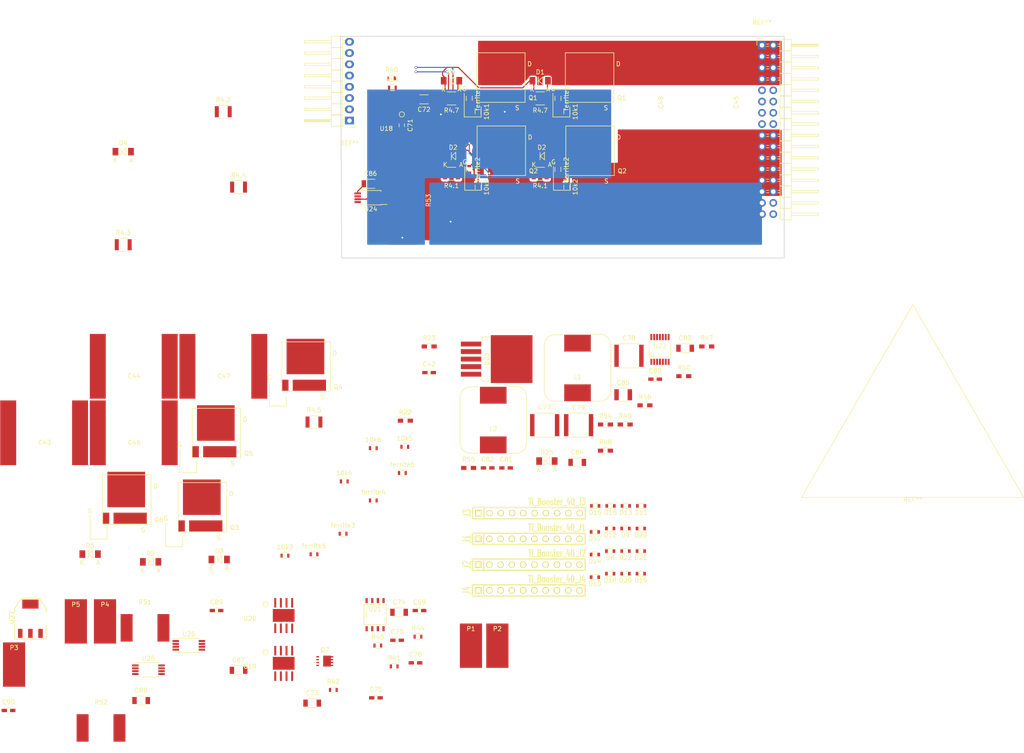
<source format=kicad_pcb>
(kicad_pcb (version 4) (host pcbnew 4.0.0-stable)
  (layers (0 F.Cu signal) (1 In1.Cu signal) (2 In2.Cu signal) (31 B.Cu signal) (34 B.Paste user hide) (35 F.Paste user) (36 B.SilkS user hide) (37 F.SilkS user) (38 B.Mask user) (39 F.Mask user) (44 Edge.Cuts user))
  (net 0 "")
  (net 1 GND)
  (net 2 "Net-(10k1-Pad1)")
  (net 3 "Net-(10k2-Pad1)")
  (net 4 "Net-(10k3-Pad1)")
  (net 5 "Net-(10k4-Pad1)")
  (net 6 "Net-(10k5-Pad1)")
  (net 7 "Net-(10k6-Pad1)")
  (net 8 +5V)
  (net 9 +3V3)
  (net 10 "Net-(C69-Pad1)")
  (net 11 "Net-(C72-Pad2)")
  (net 12 "Net-(C73-Pad2)")
  (net 13 "Net-(C74-Pad2)")
  (net 14 +15V)
  (net 15 "Net-(C76-Pad2)")
  (net 16 "Net-(C80-Pad1)")
  (net 17 "Net-(C81-Pad1)")
  (net 18 "Net-(C81-Pad2)")
  (net 19 "Net-(C82-Pad1)")
  (net 20 "Net-(C86-Pad1)")
  (net 21 "Net-(D1-Pad2)")
  (net 22 "Net-(D2-Pad2)")
  (net 23 "Net-(D3-Pad2)")
  (net 24 "Net-(D4-Pad2)")
  (net 25 "Net-(D5-Pad2)")
  (net 26 "Net-(D6-Pad2)")
  (net 27 /connector/TEMP)
  (net 28 /connector/VBUS_sense)
  (net 29 /connector/Vsense_c)
  (net 30 /connector/CurrentA)
  (net 31 /connector/CurrentB)
  (net 32 /connector/CurrentC)
  (net 33 "Net-(J1-Pad2)")
  (net 34 "Net-(J1-Pad3)")
  (net 35 "Net-(J1-Pad4)")
  (net 36 "Net-(J1-Pad5)")
  (net 37 "Net-(J1-Pad6)")
  (net 38 "Net-(J1-Pad7)")
  (net 39 "Net-(J1-Pad8)")
  (net 40 "Net-(J1-Pad9)")
  (net 41 "Net-(J1-Pad10)")
  (net 42 "Net-(J2-Pad2)")
  (net 43 "Net-(J2-Pad4)")
  (net 44 "Net-(J2-Pad5)")
  (net 45 "Net-(J2-Pad6)")
  (net 46 "Net-(J2-Pad7)")
  (net 47 "Net-(J2-Pad9)")
  (net 48 "Net-(J2-Pad10)")
  (net 49 "Net-(J3-Pad10)")
  (net 50 "Net-(J4-Pad7)")
  (net 51 "Net-(J4-Pad8)")
  (net 52 "Net-(J4-Pad9)")
  (net 53 "Net-(J4-Pad10)")
  (net 54 "Net-(Q7-Pad3)")
  (net 55 "Net-(R46-Pad2)")
  (net 56 "Net-(R48-Pad1)")
  (net 57 "Net-(R49-Pad2)")
  (net 58 "Net-(U21-Pad6)")
  (net 59 "Net-(U21-Pad2)")
  (net 60 "Net-(U22-Pad7)")
  (net 61 "Net-(U23-Pad5)")
  (net 62 "Net-(U24-Pad1)")
  (net 63 "Net-(U25-Pad1)")
  (net 64 "Net-(U26-Pad1)")
  (net 65 /Ti_120vgate/phase_a_in)
  (net 66 /Ti_120vgate/phase_b_in)
  (net 67 /Ti_120vgate/phase_c_in)
  (net 68 /mosfet/VBUS)
  (net 69 /Ti_120vgate/H1)
  (net 70 /Ti_120vgate/L1)
  (net 71 /Ti_120vgate/H2)
  (net 72 /Ti_120vgate/L2)
  (net 73 /Ti_120vgate/H3)
  (net 74 /Ti_120vgate/L3)
  (net 75 /Ti_120vgate/EN_GATE)
  (net 76 /connector/Vsense_a)
  (net 77 /connector/Vsense_b)
  (net 78 /Ti_120vgate/PWM_H1)
  (net 79 /Ti_120vgate/PWM_L1)
  (net 80 /Ti_120vgate/PWM_H2)
  (net 81 /Ti_120vgate/PWM_L2)
  (net 82 /Ti_120vgate/PWM_H3)
  (net 83 /Ti_120vgate/PWM_L3)
  (net 84 "Net-(D25-Pad1)")
  (net 85 "Net-(P3-Pad1)")
  (net 86 "Net-(P4-Pad1)")
  (net 87 "Net-(P5-Pad1)")
  (module triangle (layer F.Cu) (at 224 128)
    (fp_text reference REF** (at 0 0.5) (layer F.SilkS))
    (fp_text value triangle)
  )
  (module Resistors_SMD:R_1210 (layer F.Cu) (at 140 55 180)
    (fp_text reference R4.1 (at 0 -2.7 180) (layer F.SilkS))
    (fp_text value R_Small)
    (pad 1 smd rect (at -1.45 0 180) (size 0.9 2.5) (layers F.Cu F.Paste F.Mask) (net 22 "Net-(D2-Pad2)"))
    (pad 2 smd rect (at 1.45 0 180) (size 0.9 2.5) (layers F.Cu F.Paste F.Mask) (net 70 /Ti_120vgate/L1))
  )
  (module Resistors_SMD:R_0603 (layer F.Cu) (at 144 54 270)
    (fp_text reference ferrite2 (at 0 -1.9 270) (layer F.SilkS))
    (fp_text value R_Small)
    (pad 1 smd rect (at -0.75 0 270) (size 0.5 0.9) (layers F.Cu F.Paste F.Mask) (net 3 "Net-(10k2-Pad1)"))
    (pad 2 smd rect (at 0.75 0 270) (size 0.5 0.9) (layers F.Cu F.Paste F.Mask) (net 22 "Net-(D2-Pad2)"))
  )
  (module Resistors_SMD:R_1210 (layer F.Cu) (at 140 38 180)
    (fp_text reference R4.7 (at 0 -2.7 180) (layer F.SilkS))
    (fp_text value R_Small)
    (pad 1 smd rect (at -1.45 0 180) (size 0.9 2.5) (layers F.Cu F.Paste F.Mask) (net 21 "Net-(D1-Pad2)"))
    (pad 2 smd rect (at 1.45 0 180) (size 0.9 2.5) (layers F.Cu F.Paste F.Mask) (net 69 /Ti_120vgate/H1))
  )
  (module Resistors_SMD:R_0603 (layer F.Cu) (at 144 38 270)
    (fp_text reference ferrite1 (at 0 -1.9 270) (layer F.SilkS))
    (fp_text value R_Small)
    (pad 1 smd rect (at -0.75 0 270) (size 0.5 0.9) (layers F.Cu F.Paste F.Mask) (net 2 "Net-(10k1-Pad1)"))
    (pad 2 smd rect (at 0.75 0 270) (size 0.5 0.9) (layers F.Cu F.Paste F.Mask) (net 21 "Net-(D1-Pad2)"))
  )
  (module Resistors_SMD:R_0603 (layer F.Cu) (at 146 58 270)
    (fp_text reference 10k2 (at 0 -1.9 270) (layer F.SilkS))
    (fp_text value R_Small)
    (pad 1 smd rect (at -0.75 0 270) (size 0.5 0.9) (layers F.Cu F.Paste F.Mask) (net 3 "Net-(10k2-Pad1)"))
    (pad 2 smd rect (at 0.75 0 270) (size 0.5 0.9) (layers F.Cu F.Paste F.Mask) (net 1 GND))
  )
  (module Resistors_SMD:R_0603 (layer F.Cu) (at 146 41 270)
    (fp_text reference 10k1 (at 0 -1.9 270) (layer F.SilkS))
    (fp_text value R_Small)
    (pad 1 smd rect (at -0.75 0 270) (size 0.5 0.9) (layers F.Cu F.Paste F.Mask) (net 2 "Net-(10k1-Pad1)"))
    (pad 2 smd rect (at 0.75 0 270) (size 0.5 0.9) (layers F.Cu F.Paste F.Mask) (net 65 /Ti_120vgate/phase_a_in))
  )
  (module library_new:P-PG-HSOF-08 (layer F.Cu) (at 151.111 49.809)
    (fp_text reference Q2 (at 7.366 4.572) (layer F.SilkS))
    (fp_text value FDMT-800)
    (fp_text user D (at 6.604 -3.048) (layer F.SilkS))
    (fp_text user S (at 3.81 6.858) (layer F.SilkS))
    (fp_text user G (at -8.128 2.54) (layer F.SilkS))
    (pad 2 smd rect (at 0.889 4.191) (size 7.5 2.5) (layers F.Cu F.Paste F.Mask) (net 1 GND))
    (pad 3 smd rect (at -4.572 4.191) (size 1.5 2.5) (layers F.Cu F.Paste F.Mask) (net 3 "Net-(10k2-Pad1)"))
    (pad 1 smd rect (at 0 -2.286) (size 8.5 8) (layers F.Cu F.Paste F.Mask) (net 65 /Ti_120vgate/phase_a_in))
  )
  (module library_new:P-PG-HSOF-08 (layer F.Cu) (at 151 33.286)
    (fp_text reference Q1 (at 7.366 4.572) (layer F.SilkS))
    (fp_text value FDMT-800)
    (fp_text user D (at 6.604 -3.048) (layer F.SilkS))
    (fp_text user S (at 3.81 6.858) (layer F.SilkS))
    (fp_text user G (at -8.128 2.54) (layer F.SilkS))
    (pad 2 smd rect (at 0.889 4.191) (size 7.5 2.5) (layers F.Cu F.Paste F.Mask) (net 65 /Ti_120vgate/phase_a_in))
    (pad 3 smd rect (at -4.572 4.191) (size 1.5 2.5) (layers F.Cu F.Paste F.Mask) (net 2 "Net-(10k1-Pad1)"))
    (pad 1 smd rect (at 0 -2.286) (size 8.5 8) (layers F.Cu F.Paste F.Mask) (net 68 /mosfet/VBUS))
  )
  (module Resistors_SMD:R_0603 (layer F.Cu) (at 126 41 270)
    (fp_text reference 10k1 (at 0 -1.9 270) (layer F.SilkS))
    (fp_text value R_Small)
    (pad 1 smd rect (at -0.75 0 270) (size 0.5 0.9) (layers F.Cu F.Paste F.Mask) (net 2 "Net-(10k1-Pad1)"))
    (pad 2 smd rect (at 0.75 0 270) (size 0.5 0.9) (layers F.Cu F.Paste F.Mask) (net 65 /Ti_120vgate/phase_a_in))
  )
  (module Resistors_SMD:R_0603 (layer F.Cu) (at 126 58 270)
    (fp_text reference 10k2 (at 0 -1.9 270) (layer F.SilkS))
    (fp_text value R_Small)
    (pad 1 smd rect (at -0.75 0 270) (size 0.5 0.9) (layers F.Cu F.Paste F.Mask) (net 3 "Net-(10k2-Pad1)"))
    (pad 2 smd rect (at 0.75 0 270) (size 0.5 0.9) (layers F.Cu F.Paste F.Mask) (net 1 GND))
  )
  (module Resistors_SMD:R_0603 (layer F.Cu) (at 82.460001 141.129999)
    (fp_text reference 10k3 (at 0 -1.9) (layer F.SilkS))
    (fp_text value R_Small)
    (pad 1 smd rect (at -0.75 0) (size 0.5 0.9) (layers F.Cu F.Paste F.Mask) (net 4 "Net-(10k3-Pad1)"))
    (pad 2 smd rect (at 0.75 0) (size 0.5 0.9) (layers F.Cu F.Paste F.Mask) (net 66 /Ti_120vgate/phase_b_in))
  )
  (module Resistors_SMD:R_0603 (layer F.Cu) (at 95.830001 124.389999)
    (fp_text reference 10k4 (at 0 -1.9) (layer F.SilkS))
    (fp_text value R_Small)
    (pad 1 smd rect (at -0.75 0) (size 0.5 0.9) (layers F.Cu F.Paste F.Mask) (net 5 "Net-(10k4-Pad1)"))
    (pad 2 smd rect (at 0.75 0) (size 0.5 0.9) (layers F.Cu F.Paste F.Mask) (net 1 GND))
  )
  (module Resistors_SMD:R_0603 (layer F.Cu) (at 109.470001 116.589999)
    (fp_text reference 10k5 (at 0 -1.9) (layer F.SilkS))
    (fp_text value R_Small)
    (pad 1 smd rect (at -0.75 0) (size 0.5 0.9) (layers F.Cu F.Paste F.Mask) (net 6 "Net-(10k5-Pad1)"))
    (pad 2 smd rect (at 0.75 0) (size 0.5 0.9) (layers F.Cu F.Paste F.Mask) (net 67 /Ti_120vgate/phase_c_in))
  )
  (module Resistors_SMD:R_0603 (layer F.Cu) (at 102.380001 116.889999)
    (fp_text reference 10k6 (at 0 -1.9) (layer F.SilkS))
    (fp_text value R_Small)
    (pad 1 smd rect (at -0.75 0) (size 0.5 0.9) (layers F.Cu F.Paste F.Mask) (net 7 "Net-(10k6-Pad1)"))
    (pad 2 smd rect (at 0.75 0) (size 0.5 0.9) (layers F.Cu F.Paste F.Mask) (net 1 GND))
  )
  (module Capacitors_SMD:C_0603_HandSoldering (layer F.Cu) (at 114.958572 99.849999)
    (fp_text reference C42 (at 0 -1.9) (layer F.SilkS))
    (fp_text value 2.2uf)
    (pad 1 smd rect (at -0.95 0) (size 1.2 0.75) (layers F.Cu F.Paste F.Mask) (net 27 /connector/TEMP))
    (pad 2 smd rect (at 0.95 0) (size 1.2 0.75) (layers F.Cu F.Paste F.Mask) (net 1 GND))
  )
  (module library_new:cap_6065 (layer F.Cu) (at 28.175001 113.424999)
    (fp_text reference C43 (at 0.1 2.2) (layer F.SilkS))
    (fp_text value 4.7uf)
    (pad 1 smd rect (at -8.1 0) (size 3.6 14.6) (layers F.Cu F.Paste F.Mask) (net 1 GND))
    (pad 2 smd rect (at 8.1 0) (size 3.6 14.6) (layers F.Cu F.Paste F.Mask) (net 68 /mosfet/VBUS))
  )
  (module library_new:cap_6065 (layer F.Cu) (at 48.375001 98.424999)
    (fp_text reference C44 (at 0.1 2.2) (layer F.SilkS))
    (fp_text value 4.7uf)
    (pad 1 smd rect (at -8.1 0) (size 3.6 14.6) (layers F.Cu F.Paste F.Mask) (net 1 GND))
    (pad 2 smd rect (at 8.1 0) (size 3.6 14.6) (layers F.Cu F.Paste F.Mask) (net 68 /mosfet/VBUS))
  )
  (module library_new:cap_6065 (layer F.Cu) (at 182 39 90)
    (fp_text reference C45 (at 0.1 2.2 90) (layer F.SilkS))
    (fp_text value 4.7uf)
    (pad 1 smd rect (at -8.1 0 90) (size 3.6 14.6) (layers F.Cu F.Paste F.Mask) (net 1 GND))
    (pad 2 smd rect (at 8.1 0 90) (size 3.6 14.6) (layers F.Cu F.Paste F.Mask) (net 68 /mosfet/VBUS))
  )
  (module library_new:cap_6065 (layer F.Cu) (at 48.375001 113.424999)
    (fp_text reference C46 (at 0.1 2.2) (layer F.SilkS))
    (fp_text value 4.7uf)
    (pad 1 smd rect (at -8.1 0) (size 3.6 14.6) (layers F.Cu F.Paste F.Mask) (net 1 GND))
    (pad 2 smd rect (at 8.1 0) (size 3.6 14.6) (layers F.Cu F.Paste F.Mask) (net 68 /mosfet/VBUS))
  )
  (module library_new:cap_6065 (layer F.Cu) (at 68.575001 98.424999)
    (fp_text reference C47 (at 0.1 2.2) (layer F.SilkS))
    (fp_text value 4.7uf)
    (pad 1 smd rect (at -8.1 0) (size 3.6 14.6) (layers F.Cu F.Paste F.Mask) (net 1 GND))
    (pad 2 smd rect (at 8.1 0) (size 3.6 14.6) (layers F.Cu F.Paste F.Mask) (net 68 /mosfet/VBUS))
  )
  (module library_new:cap_6065 (layer F.Cu) (at 165 39 90)
    (fp_text reference C48 (at 0.1 2.2 90) (layer F.SilkS))
    (fp_text value 4.7uf)
    (pad 1 smd rect (at -8.1 0 90) (size 3.6 14.6) (layers F.Cu F.Paste F.Mask) (net 1 GND))
    (pad 2 smd rect (at 8.1 0 90) (size 3.6 14.6) (layers F.Cu F.Paste F.Mask) (net 68 /mosfet/VBUS))
  )
  (module Capacitors_SMD:C_0603_HandSoldering (layer F.Cu) (at 112.790002 153.519999)
    (fp_text reference C69 (at 0 -1.9) (layer F.SilkS))
    (fp_text value 1uf)
    (pad 1 smd rect (at -0.95 0) (size 1.2 0.75) (layers F.Cu F.Paste F.Mask) (net 10 "Net-(C69-Pad1)"))
    (pad 2 smd rect (at 0.95 0) (size 1.2 0.75) (layers F.Cu F.Paste F.Mask) (net 1 GND))
  )
  (module Capacitors_SMD:C_0603_HandSoldering (layer F.Cu) (at 107.740002 160.219999)
    (fp_text reference C70 (at 0 -1.9) (layer F.SilkS))
    (fp_text value 1uf)
    (pad 1 smd rect (at -0.95 0) (size 1.2 0.75) (layers F.Cu F.Paste F.Mask) (net 10 "Net-(C69-Pad1)"))
    (pad 2 smd rect (at 0.95 0) (size 1.2 0.75) (layers F.Cu F.Paste F.Mask) (net 1 GND))
  )
  (module Capacitors_SMD:C_0603_HandSoldering (layer F.Cu) (at 108.8 44.05 270)
    (fp_text reference C71 (at 0 -1.9 270) (layer F.SilkS))
    (fp_text value 1uf)
    (pad 1 smd rect (at -0.95 0 270) (size 1.2 0.75) (layers F.Cu F.Paste F.Mask) (net 10 "Net-(C69-Pad1)"))
    (pad 2 smd rect (at 0.95 0 270) (size 1.2 0.75) (layers F.Cu F.Paste F.Mask) (net 1 GND))
  )
  (module Capacitors_SMD:C_1206 (layer F.Cu) (at 113.8 38.2 180)
    (fp_text reference C72 (at 0 -2.3 180) (layer F.SilkS))
    (fp_text value 0.1uf)
    (pad 1 smd rect (at -1.5 0 180) (size 1 1.6) (layers F.Cu F.Paste F.Mask) (net 65 /Ti_120vgate/phase_a_in))
    (pad 2 smd rect (at 1.5 0 180) (size 1 1.6) (layers F.Cu F.Paste F.Mask) (net 11 "Net-(C72-Pad2)"))
  )
  (module Capacitors_SMD:C_1206 (layer F.Cu) (at 88.6 174.4)
    (fp_text reference C73 (at 0 -2.3) (layer F.SilkS))
    (fp_text value 0.1uf)
    (pad 1 smd rect (at -1.5 0) (size 1 1.6) (layers F.Cu F.Paste F.Mask) (net 66 /Ti_120vgate/phase_b_in))
    (pad 2 smd rect (at 1.5 0) (size 1 1.6) (layers F.Cu F.Paste F.Mask) (net 12 "Net-(C73-Pad2)"))
  )
  (module Capacitors_SMD:C_1206 (layer F.Cu) (at 108.190002 153.919999)
    (fp_text reference C74 (at 0 -2.3) (layer F.SilkS))
    (fp_text value 0.1uf)
    (pad 1 smd rect (at -1.5 0) (size 1 1.6) (layers F.Cu F.Paste F.Mask) (net 67 /Ti_120vgate/phase_c_in))
    (pad 2 smd rect (at 1.5 0) (size 1 1.6) (layers F.Cu F.Paste F.Mask) (net 13 "Net-(C74-Pad2)"))
  )
  (module Capacitors_SMD:C_0603_HandSoldering (layer F.Cu) (at 102.968572 173.209999)
    (fp_text reference C75 (at 0 -1.9) (layer F.SilkS))
    (fp_text value 0.1uf)
    (pad 1 smd rect (at -0.95 0) (size 1.2 0.75) (layers F.Cu F.Paste F.Mask) (net 8 +5V))
    (pad 2 smd rect (at 0.95 0) (size 1.2 0.75) (layers F.Cu F.Paste F.Mask) (net 1 GND))
  )
  (module Capacitors_SMD:C_0603_HandSoldering (layer F.Cu) (at 111.890002 165.319999)
    (fp_text reference C76 (at 0 -1.9) (layer F.SilkS))
    (fp_text value 10pf)
    (pad 1 smd rect (at -0.95 0) (size 1.2 0.75) (layers F.Cu F.Paste F.Mask) (net 14 +15V))
    (pad 2 smd rect (at 0.95 0) (size 1.2 0.75) (layers F.Cu F.Paste F.Mask) (net 15 "Net-(C76-Pad2)"))
  )
  (module Capacitors_SMD:C_2220 (layer F.Cu) (at 141.010002 111.699999)
    (fp_text reference C77 (at 0 -4) (layer F.SilkS))
    (fp_text value "1uf 250V")
    (pad 1 smd rect (at -2.8 0) (size 1 5) (layers F.Cu F.Paste F.Mask) (net 68 /mosfet/VBUS))
    (pad 2 smd rect (at 2.8 0) (size 1 5) (layers F.Cu F.Paste F.Mask) (net 1 GND))
  )
  (module Capacitors_SMD:C_2220 (layer F.Cu) (at 160.010002 96.049999)
    (fp_text reference C78 (at 0 -4) (layer F.SilkS))
    (fp_text value "1uf 250V")
    (pad 1 smd rect (at -2.8 0) (size 1 5) (layers F.Cu F.Paste F.Mask) (net 68 /mosfet/VBUS))
    (pad 2 smd rect (at 2.8 0) (size 1 5) (layers F.Cu F.Paste F.Mask) (net 1 GND))
  )
  (module Capacitors_SMD:C_2220 (layer F.Cu) (at 148.660002 111.699999)
    (fp_text reference C79 (at 0 -4) (layer F.SilkS))
    (fp_text value "1uf 250V")
    (pad 1 smd rect (at -2.8 0) (size 1 5) (layers F.Cu F.Paste F.Mask) (net 68 /mosfet/VBUS))
    (pad 2 smd rect (at 2.8 0) (size 1 5) (layers F.Cu F.Paste F.Mask) (net 1 GND))
  )
  (module Capacitors_SMD:C_0603_HandSoldering (layer F.Cu) (at 165.910002 101.329999)
    (fp_text reference C80 (at 0 -1.9) (layer F.SilkS))
    (fp_text value 22nf)
    (pad 1 smd rect (at -0.95 0) (size 1.2 0.75) (layers F.Cu F.Paste F.Mask) (net 16 "Net-(C80-Pad1)"))
    (pad 2 smd rect (at 0.95 0) (size 1.2 0.75) (layers F.Cu F.Paste F.Mask) (net 1 GND))
  )
  (module Capacitors_SMD:C_0603_HandSoldering (layer F.Cu) (at 132.310002 121.349999)
    (fp_text reference C81 (at 0 -1.9) (layer F.SilkS))
    (fp_text value 10nf)
    (pad 1 smd rect (at -0.95 0) (size 1.2 0.75) (layers F.Cu F.Paste F.Mask) (net 17 "Net-(C81-Pad1)"))
    (pad 2 smd rect (at 0.95 0) (size 1.2 0.75) (layers F.Cu F.Paste F.Mask) (net 18 "Net-(C81-Pad2)"))
  )
  (module Capacitors_SMD:C_0603_HandSoldering (layer F.Cu) (at 128.160002 121.349999)
    (fp_text reference C82 (at 0 -1.9) (layer F.SilkS))
    (fp_text value 1uf)
    (pad 1 smd rect (at -0.95 0) (size 1.2 0.75) (layers F.Cu F.Paste F.Mask) (net 19 "Net-(C82-Pad1)"))
    (pad 2 smd rect (at 0.95 0) (size 1.2 0.75) (layers F.Cu F.Paste F.Mask) (net 1 GND))
  )
  (module Capacitors_SMD:C_1206 (layer F.Cu) (at 172.670002 94.349999)
    (fp_text reference C83 (at 0 -2.3) (layer F.SilkS))
    (fp_text value 10uf)
    (pad 1 smd rect (at -1.5 0) (size 1 1.6) (layers F.Cu F.Paste F.Mask) (net 14 +15V))
    (pad 2 smd rect (at 1.5 0) (size 1 1.6) (layers F.Cu F.Paste F.Mask) (net 1 GND))
  )
  (module Capacitors_SMD:C_1206 (layer F.Cu) (at 148.350002 120.099999)
    (fp_text reference C84 (at 0 -2.3) (layer F.SilkS))
    (fp_text value 10uf)
    (pad 1 smd rect (at -1.5 0) (size 1 1.6) (layers F.Cu F.Paste F.Mask) (net 14 +15V))
    (pad 2 smd rect (at 1.5 0) (size 1 1.6) (layers F.Cu F.Paste F.Mask) (net 1 GND))
  )
  (module Capacitors_SMD:C_1210 (layer F.Cu) (at 158.710002 104.849999)
    (fp_text reference C85 (at 0 -2.7) (layer F.SilkS))
    (fp_text value 100uf)
    (pad 1 smd rect (at -1.5 0) (size 1 2.5) (layers F.Cu F.Paste F.Mask) (net 8 +5V))
    (pad 2 smd rect (at 1.5 0) (size 1 2.5) (layers F.Cu F.Paste F.Mask) (net 1 GND))
  )
  (module Capacitors_SMD:C_1206 (layer F.Cu) (at 101.75 57.25)
    (fp_text reference C86 (at 0 -2.3) (layer F.SilkS))
    (fp_text value 0.1uf)
    (pad 1 smd rect (at -1.5 0) (size 1 1.6) (layers F.Cu F.Paste F.Mask) (net 20 "Net-(C86-Pad1)"))
    (pad 2 smd rect (at 1.5 0) (size 1 1.6) (layers F.Cu F.Paste F.Mask) (net 1 GND))
  )
  (module Capacitors_SMD:C_1206 (layer F.Cu) (at 72 167)
    (fp_text reference C87 (at 0 -2.3) (layer F.SilkS))
    (fp_text value 0.1uf)
    (pad 1 smd rect (at -1.5 0) (size 1 1.6) (layers F.Cu F.Paste F.Mask) (net 20 "Net-(C86-Pad1)"))
    (pad 2 smd rect (at 1.5 0) (size 1 1.6) (layers F.Cu F.Paste F.Mask) (net 1 GND))
  )
  (module Capacitors_SMD:C_1206 (layer F.Cu) (at 50.040002 173.819999)
    (fp_text reference C88 (at 0 -2.3) (layer F.SilkS))
    (fp_text value 0.1uf)
    (pad 1 smd rect (at -1.5 0) (size 1 1.6) (layers F.Cu F.Paste F.Mask) (net 20 "Net-(C86-Pad1)"))
    (pad 2 smd rect (at 1.5 0) (size 1 1.6) (layers F.Cu F.Paste F.Mask) (net 1 GND))
  )
  (module Capacitors_SMD:C_0603_HandSoldering (layer F.Cu) (at 67.040002 153.519999)
    (fp_text reference C89 (at 0 -1.9) (layer F.SilkS))
    (fp_text value 1uf)
    (pad 1 smd rect (at -0.95 0) (size 1.2 0.75) (layers F.Cu F.Paste F.Mask) (net 20 "Net-(C86-Pad1)"))
    (pad 2 smd rect (at 0.95 0) (size 1.2 0.75) (layers F.Cu F.Paste F.Mask) (net 1 GND))
  )
  (module Capacitors_SMD:C_0603_HandSoldering (layer F.Cu) (at 20.150002 176.059999)
    (fp_text reference C90 (at 0 -1.9) (layer F.SilkS))
    (fp_text value 10uf)
    (pad 1 smd rect (at -0.95 0) (size 1.2 0.75) (layers F.Cu F.Paste F.Mask) (net 8 +5V))
    (pad 2 smd rect (at 0.95 0) (size 1.2 0.75) (layers F.Cu F.Paste F.Mask) (net 1 GND))
  )
  (module Diodes_SMD:D_0603 (layer F.Cu) (at 155.780002 140.109999)
    (fp_text reference D8 (at 0 1.5) (layer F.SilkS))
    (fp_text value TVS)
    (pad 1 smd rect (at -0.85 0) (size 0.6 0.8) (layers F.Cu F.Paste F.Mask) (net 27 /connector/TEMP))
    (pad 2 smd rect (at 0.85 0) (size 0.6 0.8) (layers F.Cu F.Paste F.Mask) (net 1 GND))
  )
  (module Diodes_SMD:D_0603 (layer F.Cu) (at 159.230002 135.009999)
    (fp_text reference D9 (at 0 1.5) (layer F.SilkS))
    (fp_text value TVS)
    (pad 1 smd rect (at -0.85 0) (size 0.6 0.8) (layers F.Cu F.Paste F.Mask) (net 9 +3V3))
    (pad 2 smd rect (at 0.85 0) (size 0.6 0.8) (layers F.Cu F.Paste F.Mask) (net 1 GND))
  )
  (module Diodes_SMD:D_0603 (layer F.Cu) (at 152.332382 145.989999)
    (fp_text reference D10 (at 0 1.5) (layer F.SilkS))
    (fp_text value TVS)
    (pad 1 smd rect (at -0.85 0) (size 0.6 0.8) (layers F.Cu F.Paste F.Mask) (net 75 /Ti_120vgate/EN_GATE))
    (pad 2 smd rect (at 0.85 0) (size 0.6 0.8) (layers F.Cu F.Paste F.Mask) (net 1 GND))
  )
  (module Diodes_SMD:D_0603 (layer F.Cu) (at 162.752382 129.909999)
    (fp_text reference D11 (at 0 1.5) (layer F.SilkS))
    (fp_text value TVS)
    (pad 1 smd rect (at -0.85 0) (size 0.6 0.8) (layers F.Cu F.Paste F.Mask) (net 28 /connector/VBUS_sense))
    (pad 2 smd rect (at 0.85 0) (size 0.6 0.8) (layers F.Cu F.Paste F.Mask) (net 1 GND))
  )
  (module Diodes_SMD:D_0603 (layer F.Cu) (at 155.782382 135.009999)
    (fp_text reference D12 (at 0 1.5) (layer F.SilkS))
    (fp_text value TVS)
    (pad 1 smd rect (at -0.85 0) (size 0.6 0.8) (layers F.Cu F.Paste F.Mask) (net 76 /connector/Vsense_a))
    (pad 2 smd rect (at 0.85 0) (size 0.6 0.8) (layers F.Cu F.Paste F.Mask) (net 1 GND))
  )
  (module Diodes_SMD:D_0603 (layer F.Cu) (at 159.302382 129.909999)
    (fp_text reference D13 (at 0 1.5) (layer F.SilkS))
    (fp_text value TVS)
    (pad 1 smd rect (at -0.85 0) (size 0.6 0.8) (layers F.Cu F.Paste F.Mask) (net 77 /connector/Vsense_b))
    (pad 2 smd rect (at 0.85 0) (size 0.6 0.8) (layers F.Cu F.Paste F.Mask) (net 1 GND))
  )
  (module Diodes_SMD:D_0603 (layer F.Cu) (at 152.332382 140.889999)
    (fp_text reference D14 (at 0 1.5) (layer F.SilkS))
    (fp_text value TVS)
    (pad 1 smd rect (at -0.85 0) (size 0.6 0.8) (layers F.Cu F.Paste F.Mask) (net 29 /connector/Vsense_c))
    (pad 2 smd rect (at 0.85 0) (size 0.6 0.8) (layers F.Cu F.Paste F.Mask) (net 1 GND))
  )
  (module Diodes_SMD:D_0603 (layer F.Cu) (at 155.852382 129.909999)
    (fp_text reference D15 (at 0 1.5) (layer F.SilkS))
    (fp_text value TVS)
    (pad 1 smd rect (at -0.85 0) (size 0.6 0.8) (layers F.Cu F.Paste F.Mask) (net 30 /connector/CurrentA))
    (pad 2 smd rect (at 0.85 0) (size 0.6 0.8) (layers F.Cu F.Paste F.Mask) (net 1 GND))
  )
  (module Diodes_SMD:D_0603 (layer F.Cu) (at 152.402382 129.909999)
    (fp_text reference D16 (at 0 1.5) (layer F.SilkS))
    (fp_text value TVS)
    (pad 1 smd rect (at -0.85 0) (size 0.6 0.8) (layers F.Cu F.Paste F.Mask) (net 31 /connector/CurrentB))
    (pad 2 smd rect (at 0.85 0) (size 0.6 0.8) (layers F.Cu F.Paste F.Mask) (net 1 GND))
  )
  (module Diodes_SMD:D_0603 (layer F.Cu) (at 152.332382 135.789999)
    (fp_text reference D17 (at 0 1.5) (layer F.SilkS))
    (fp_text value TVS)
    (pad 1 smd rect (at -0.85 0) (size 0.6 0.8) (layers F.Cu F.Paste F.Mask) (net 32 /connector/CurrentC))
    (pad 2 smd rect (at 0.85 0) (size 0.6 0.8) (layers F.Cu F.Paste F.Mask) (net 1 GND))
  )
  (module Diodes_SMD:D_0603 (layer F.Cu) (at 155.782382 145.209999)
    (fp_text reference D18 (at 0 1.5) (layer F.SilkS))
    (fp_text value TVS)
    (pad 1 smd rect (at -0.85 0) (size 0.6 0.8) (layers F.Cu F.Paste F.Mask) (net 78 /Ti_120vgate/PWM_H1))
    (pad 2 smd rect (at 0.85 0) (size 0.6 0.8) (layers F.Cu F.Paste F.Mask) (net 1 GND))
  )
  (module Diodes_SMD:D_0603 (layer F.Cu) (at 162.682382 145.209999)
    (fp_text reference D19 (at 0 1.5) (layer F.SilkS))
    (fp_text value TVS)
    (pad 1 smd rect (at -0.85 0) (size 0.6 0.8) (layers F.Cu F.Paste F.Mask) (net 79 /Ti_120vgate/PWM_L1))
    (pad 2 smd rect (at 0.85 0) (size 0.6 0.8) (layers F.Cu F.Paste F.Mask) (net 1 GND))
  )
  (module Diodes_SMD:D_0603 (layer F.Cu) (at 159.232382 145.209999)
    (fp_text reference D20 (at 0 1.5) (layer F.SilkS))
    (fp_text value TVS)
    (pad 1 smd rect (at -0.85 0) (size 0.6 0.8) (layers F.Cu F.Paste F.Mask) (net 80 /Ti_120vgate/PWM_H2))
    (pad 2 smd rect (at 0.85 0) (size 0.6 0.8) (layers F.Cu F.Paste F.Mask) (net 1 GND))
  )
  (module Diodes_SMD:D_0603 (layer F.Cu) (at 162.682382 140.109999)
    (fp_text reference D21 (at 0 1.5) (layer F.SilkS))
    (fp_text value TVS)
    (pad 1 smd rect (at -0.85 0) (size 0.6 0.8) (layers F.Cu F.Paste F.Mask) (net 81 /Ti_120vgate/PWM_L2))
    (pad 2 smd rect (at 0.85 0) (size 0.6 0.8) (layers F.Cu F.Paste F.Mask) (net 1 GND))
  )
  (module Diodes_SMD:D_0603 (layer F.Cu) (at 159.232382 140.109999)
    (fp_text reference D22 (at 0 1.5) (layer F.SilkS))
    (fp_text value TVS)
    (pad 1 smd rect (at -0.85 0) (size 0.6 0.8) (layers F.Cu F.Paste F.Mask) (net 82 /Ti_120vgate/PWM_H3))
    (pad 2 smd rect (at 0.85 0) (size 0.6 0.8) (layers F.Cu F.Paste F.Mask) (net 1 GND))
  )
  (module Diodes_SMD:D_0603 (layer F.Cu) (at 162.682382 135.009999)
    (fp_text reference D23 (at 0 1.5) (layer F.SilkS))
    (fp_text value TVS)
    (pad 1 smd rect (at -0.85 0) (size 0.6 0.8) (layers F.Cu F.Paste F.Mask) (net 83 /Ti_120vgate/PWM_L3))
    (pad 2 smd rect (at 0.85 0) (size 0.6 0.8) (layers F.Cu F.Paste F.Mask) (net 1 GND))
  )
  (module Resistors_SMD:R_0603 (layer F.Cu) (at 124 38 270)
    (fp_text reference ferrite1 (at 0 -1.9 270) (layer F.SilkS))
    (fp_text value R_Small)
    (pad 1 smd rect (at -0.75 0 270) (size 0.5 0.9) (layers F.Cu F.Paste F.Mask) (net 2 "Net-(10k1-Pad1)"))
    (pad 2 smd rect (at 0.75 0 270) (size 0.5 0.9) (layers F.Cu F.Paste F.Mask) (net 21 "Net-(D1-Pad2)"))
  )
  (module Resistors_SMD:R_0603 (layer F.Cu) (at 124 54 270)
    (fp_text reference ferrite2 (at 0 -1.9 270) (layer F.SilkS))
    (fp_text value R_Small)
    (pad 1 smd rect (at -0.75 0 270) (size 0.5 0.9) (layers F.Cu F.Paste F.Mask) (net 3 "Net-(10k2-Pad1)"))
    (pad 2 smd rect (at 0.75 0 270) (size 0.5 0.9) (layers F.Cu F.Paste F.Mask) (net 22 "Net-(D2-Pad2)"))
  )
  (module Resistors_SMD:R_0603 (layer F.Cu) (at 95.560001 136.189999)
    (fp_text reference ferrite3 (at 0 -1.9) (layer F.SilkS))
    (fp_text value R_Small)
    (pad 1 smd rect (at -0.75 0) (size 0.5 0.9) (layers F.Cu F.Paste F.Mask) (net 4 "Net-(10k3-Pad1)"))
    (pad 2 smd rect (at 0.75 0) (size 0.5 0.9) (layers F.Cu F.Paste F.Mask) (net 23 "Net-(D3-Pad2)"))
  )
  (module Resistors_SMD:R_0603 (layer F.Cu) (at 102.380001 128.689999)
    (fp_text reference ferrite4 (at 0 -1.9) (layer F.SilkS))
    (fp_text value R_Small)
    (pad 1 smd rect (at -0.75 0) (size 0.5 0.9) (layers F.Cu F.Paste F.Mask) (net 5 "Net-(10k4-Pad1)"))
    (pad 2 smd rect (at 0.75 0) (size 0.5 0.9) (layers F.Cu F.Paste F.Mask) (net 24 "Net-(D4-Pad2)"))
  )
  (module Resistors_SMD:R_0603 (layer F.Cu) (at 108.930001 122.489999)
    (fp_text reference ferrite5 (at 0 -1.9) (layer F.SilkS))
    (fp_text value R_Small)
    (pad 1 smd rect (at -0.75 0) (size 0.5 0.9) (layers F.Cu F.Paste F.Mask) (net 6 "Net-(10k5-Pad1)"))
    (pad 2 smd rect (at 0.75 0) (size 0.5 0.9) (layers F.Cu F.Paste F.Mask) (net 25 "Net-(D5-Pad2)"))
  )
  (module Resistors_SMD:R_0603 (layer F.Cu) (at 89.010001 140.829999)
    (fp_text reference ferrite6 (at 0 -1.9) (layer F.SilkS))
    (fp_text value R_Small)
    (pad 1 smd rect (at -0.75 0) (size 0.5 0.9) (layers F.Cu F.Paste F.Mask) (net 7 "Net-(10k6-Pad1)"))
    (pad 2 smd rect (at 0.75 0) (size 0.5 0.9) (layers F.Cu F.Paste F.Mask) (net 26 "Net-(D6-Pad2)"))
  )
  (module library_new:SIL-10J1 (layer F.Cu) (at 137.423489 137.352799)
    (fp_text reference J1 (at -13.97 0 90) (layer F.SilkS) (effects (font (size 1.72974 1.08712) (thickness 0.27178))))
    (fp_text value Ti_Booster_40_J1 (at 6.35 -2.54) (layer F.SilkS) (effects (font (size 1.524 1.016) (thickness 0.254))))
    (pad 1 thru_hole rect (at -11.43 0) (size 1.397 1.397) (drill 0.8128) (layers *.Cu *.Mask F.SilkS) (net 9 +3V3))
    (pad 2 thru_hole circle (at -8.89 0) (size 1.397 1.397) (drill 0.8128) (layers *.Cu *.Mask F.SilkS) (net 33 "Net-(J1-Pad2)"))
    (pad 3 thru_hole circle (at -6.35 0) (size 1.397 1.397) (drill 0.8128) (layers *.Cu *.Mask F.SilkS) (net 34 "Net-(J1-Pad3)"))
    (pad 4 thru_hole circle (at -3.81 0) (size 1.397 1.397) (drill 0.8128) (layers *.Cu *.Mask F.SilkS) (net 35 "Net-(J1-Pad4)"))
    (pad 5 thru_hole circle (at -1.27 0) (size 1.397 1.397) (drill 0.8128) (layers *.Cu *.Mask F.SilkS) (net 36 "Net-(J1-Pad5)"))
    (pad 6 thru_hole circle (at 1.27 0) (size 1.397 1.397) (drill 0.8128) (layers *.Cu *.Mask F.SilkS) (net 37 "Net-(J1-Pad6)"))
    (pad 7 thru_hole circle (at 3.81 0) (size 1.397 1.397) (drill 0.8128) (layers *.Cu *.Mask F.SilkS) (net 38 "Net-(J1-Pad7)"))
    (pad 8 thru_hole circle (at 6.35 0) (size 1.397 1.397) (drill 0.8128) (layers *.Cu *.Mask F.SilkS) (net 39 "Net-(J1-Pad8)"))
    (pad 9 thru_hole circle (at 8.89 0) (size 1.397 1.397) (drill 0.8128) (layers *.Cu *.Mask F.SilkS) (net 40 "Net-(J1-Pad9)"))
    (pad 10 thru_hole circle (at 11.43 0) (size 1.397 1.397) (drill 0.8128) (layers *.Cu *.Mask F.SilkS) (net 41 "Net-(J1-Pad10)"))
  )
  (module library_new:SIL-10J2 (layer F.Cu) (at 137.423489 143.162799)
    (fp_text reference J2 (at -13.97 0 90) (layer F.SilkS) (effects (font (size 1.72974 1.08712) (thickness 0.27178))))
    (fp_text value Ti_Booster_40_J2 (at 6.35 -2.54) (layer F.SilkS) (effects (font (size 1.524 1.016) (thickness 0.254))))
    (pad 1 thru_hole rect (at -11.43 0) (size 1.397 1.397) (drill 0.8128) (layers *.Cu *.Mask F.SilkS) (net 1 GND))
    (pad 2 thru_hole circle (at -8.89 0) (size 1.397 1.397) (drill 0.8128) (layers *.Cu *.Mask F.SilkS) (net 42 "Net-(J2-Pad2)"))
    (pad 3 thru_hole circle (at -6.35 0) (size 1.397 1.397) (drill 0.8128) (layers *.Cu *.Mask F.SilkS) (net 27 /connector/TEMP))
    (pad 4 thru_hole circle (at -3.81 0) (size 1.397 1.397) (drill 0.8128) (layers *.Cu *.Mask F.SilkS) (net 43 "Net-(J2-Pad4)"))
    (pad 5 thru_hole circle (at -1.27 0) (size 1.397 1.397) (drill 0.8128) (layers *.Cu *.Mask F.SilkS) (net 44 "Net-(J2-Pad5)"))
    (pad 6 thru_hole circle (at 1.27 0) (size 1.397 1.397) (drill 0.8128) (layers *.Cu *.Mask F.SilkS) (net 45 "Net-(J2-Pad6)"))
    (pad 7 thru_hole circle (at 3.81 0) (size 1.397 1.397) (drill 0.8128) (layers *.Cu *.Mask F.SilkS) (net 46 "Net-(J2-Pad7)"))
    (pad 8 thru_hole circle (at 6.35 0) (size 1.397 1.397) (drill 0.8128) (layers *.Cu *.Mask F.SilkS) (net 75 /Ti_120vgate/EN_GATE))
    (pad 9 thru_hole circle (at 8.89 0) (size 1.397 1.397) (drill 0.8128) (layers *.Cu *.Mask F.SilkS) (net 47 "Net-(J2-Pad9)"))
    (pad 10 thru_hole circle (at 11.43 0) (size 1.397 1.397) (drill 0.8128) (layers *.Cu *.Mask F.SilkS) (net 48 "Net-(J2-Pad10)"))
  )
  (module library_new:SIL-10J3 (layer F.Cu) (at 137.473019 131.548999)
    (fp_text reference J3 (at -13.97 0 90) (layer F.SilkS) (effects (font (size 1.72974 1.08712) (thickness 0.3048))))
    (fp_text value Ti_Booster_40_J3 (at 6.35 -2.54) (layer F.SilkS) (effects (font (size 1.524 1.016) (thickness 0.3048))))
    (pad 1 thru_hole rect (at -11.43 0) (size 1.397 1.397) (drill 0.8128) (layers *.Cu *.Mask F.SilkS) (net 8 +5V))
    (pad 2 thru_hole circle (at -8.89 0) (size 1.397 1.397) (drill 0.8128) (layers *.Cu *.Mask F.SilkS) (net 1 GND))
    (pad 3 thru_hole circle (at -6.35 0) (size 1.397 1.397) (drill 0.8128) (layers *.Cu *.Mask F.SilkS) (net 28 /connector/VBUS_sense))
    (pad 4 thru_hole circle (at -3.81 0) (size 1.397 1.397) (drill 0.8128) (layers *.Cu *.Mask F.SilkS) (net 76 /connector/Vsense_a))
    (pad 5 thru_hole circle (at -1.27 0) (size 1.397 1.397) (drill 0.8128) (layers *.Cu *.Mask F.SilkS) (net 77 /connector/Vsense_b))
    (pad 6 thru_hole circle (at 1.27 0) (size 1.397 1.397) (drill 0.8128) (layers *.Cu *.Mask F.SilkS) (net 29 /connector/Vsense_c))
    (pad 7 thru_hole circle (at 3.81 0) (size 1.397 1.397) (drill 0.8128) (layers *.Cu *.Mask F.SilkS) (net 30 /connector/CurrentA))
    (pad 8 thru_hole circle (at 6.35 0) (size 1.397 1.397) (drill 0.8128) (layers *.Cu *.Mask F.SilkS) (net 31 /connector/CurrentB))
    (pad 9 thru_hole circle (at 8.89 0) (size 1.397 1.397) (drill 0.8128) (layers *.Cu *.Mask F.SilkS) (net 32 /connector/CurrentC))
    (pad 10 thru_hole circle (at 11.43 0) (size 1.397 1.397) (drill 0.8128) (layers *.Cu *.Mask F.SilkS) (net 49 "Net-(J3-Pad10)"))
  )
  (module library_new:SIL-10J4 (layer F.Cu) (at 137.423489 148.972799)
    (fp_text reference J4 (at -13.97 0 90) (layer F.SilkS) (effects (font (size 1.72974 1.08712) (thickness 0.27178))))
    (fp_text value Ti_Booster_40_J4 (at 6.35 -2.54) (layer F.SilkS) (effects (font (size 1.524 1.016) (thickness 0.254))))
    (pad 1 thru_hole rect (at -11.43 0) (size 1.397 1.397) (drill 0.8128) (layers *.Cu *.Mask F.SilkS) (net 78 /Ti_120vgate/PWM_H1))
    (pad 2 thru_hole circle (at -8.89 0) (size 1.397 1.397) (drill 0.8128) (layers *.Cu *.Mask F.SilkS) (net 79 /Ti_120vgate/PWM_L1))
    (pad 3 thru_hole circle (at -6.35 0) (size 1.397 1.397) (drill 0.8128) (layers *.Cu *.Mask F.SilkS) (net 80 /Ti_120vgate/PWM_H2))
    (pad 4 thru_hole circle (at -3.81 0) (size 1.397 1.397) (drill 0.8128) (layers *.Cu *.Mask F.SilkS) (net 81 /Ti_120vgate/PWM_L2))
    (pad 5 thru_hole circle (at -1.27 0) (size 1.397 1.397) (drill 0.8128) (layers *.Cu *.Mask F.SilkS) (net 82 /Ti_120vgate/PWM_H3))
    (pad 6 thru_hole circle (at 1.27 0) (size 1.397 1.397) (drill 0.8128) (layers *.Cu *.Mask F.SilkS) (net 83 /Ti_120vgate/PWM_L3))
    (pad 7 thru_hole circle (at 3.81 0) (size 1.397 1.397) (drill 0.8128) (layers *.Cu *.Mask F.SilkS) (net 50 "Net-(J4-Pad7)"))
    (pad 8 thru_hole circle (at 6.35 0) (size 1.397 1.397) (drill 0.8128) (layers *.Cu *.Mask F.SilkS) (net 51 "Net-(J4-Pad8)"))
    (pad 9 thru_hole circle (at 8.89 0) (size 1.397 1.397) (drill 0.8128) (layers *.Cu *.Mask F.SilkS) (net 52 "Net-(J4-Pad9)"))
    (pad 10 thru_hole circle (at 11.43 0) (size 1.397 1.397) (drill 0.8128) (layers *.Cu *.Mask F.SilkS) (net 53 "Net-(J4-Pad10)"))
  )
  (module library_new:MSS1583-154KED (layer F.Cu) (at 148.410002 98.8)
    (fp_text reference L1 (at 0 2) (layer F.SilkS))
    (fp_text value INDUCTOR)
    (pad 1 smd rect (at 0 -5.6) (size 6 3.8) (layers F.Cu F.Paste F.Mask) (net 17 "Net-(C81-Pad1)"))
    (pad 2 smd rect (at 0 5.6) (size 6 3.8) (layers F.Cu F.Paste F.Mask) (net 14 +15V))
  )
  (module library_new:MSS1583-154KED (layer F.Cu) (at 129.410002 110.55)
    (fp_text reference L2 (at 0 2) (layer F.SilkS))
    (fp_text value INDUCTOR)
    (pad 1 smd rect (at 0 -5.6) (size 6 3.8) (layers F.Cu F.Paste F.Mask) (net 84 "Net-(D25-Pad1)"))
    (pad 2 smd rect (at 0 5.6) (size 6 3.8) (layers F.Cu F.Paste F.Mask) (net 8 +5V))
  )
  (module Wire_Pads:SolderWirePad_single_SMD_5x10mm (layer F.Cu) (at 124.390002 161.45)
    (fp_text reference P1 (at 0 -3.81) (layer F.SilkS))
    (fp_text value V-)
    (pad 1 smd rect (at 0 0) (size 5 10) (layers F.Cu F.Paste F.Mask) (net 1 GND))
  )
  (module Wire_Pads:SolderWirePad_single_SMD_5x10mm (layer F.Cu) (at 130.340002 161.45)
    (fp_text reference P2 (at 0 -3.81) (layer F.SilkS))
    (fp_text value V+)
    (pad 1 smd rect (at 0 0) (size 5 10) (layers F.Cu F.Paste F.Mask) (net 68 /mosfet/VBUS))
  )
  (module Wire_Pads:SolderWirePad_single_SMD_5x10mm (layer F.Cu) (at 21.39762 165.71)
    (fp_text reference P3 (at 0 -3.81) (layer F.SilkS))
    (fp_text value motor_C)
    (pad 1 smd rect (at 0 0) (size 5 10) (layers F.Cu F.Paste F.Mask) (net 85 "Net-(P3-Pad1)"))
  )
  (module Wire_Pads:SolderWirePad_single_SMD_5x10mm (layer F.Cu) (at 41.89762 155.97)
    (fp_text reference P4 (at 0 -3.81) (layer F.SilkS))
    (fp_text value motor_B)
    (pad 1 smd rect (at 0 0) (size 5 10) (layers F.Cu F.Paste F.Mask) (net 86 "Net-(P4-Pad1)"))
  )
  (module Wire_Pads:SolderWirePad_single_SMD_5x10mm (layer F.Cu) (at 35.326192 155.97)
    (fp_text reference P5 (at 0 -3.81) (layer F.SilkS))
    (fp_text value motor_A)
    (pad 1 smd rect (at 0 0) (size 5 10) (layers F.Cu F.Paste F.Mask) (net 87 "Net-(P5-Pad1)"))
  )
  (module library_new:P-PG-HSOF-08 (layer F.Cu) (at 131 33.286)
    (fp_text reference Q1 (at 7.366 4.572) (layer F.SilkS))
    (fp_text value FDMT-800)
    (fp_text user D (at 6.604 -3.048) (layer F.SilkS))
    (fp_text user S (at 3.81 6.858) (layer F.SilkS))
    (fp_text user G (at -8.128 2.54) (layer F.SilkS))
    (pad 2 smd rect (at 0.889 4.191) (size 7.5 2.5) (layers F.Cu F.Paste F.Mask) (net 65 /Ti_120vgate/phase_a_in))
    (pad 3 smd rect (at -4.572 4.191) (size 1.5 2.5) (layers F.Cu F.Paste F.Mask) (net 2 "Net-(10k1-Pad1)"))
    (pad 1 smd rect (at 0 -2.286) (size 8.5 8) (layers F.Cu F.Paste F.Mask) (net 68 /mosfet/VBUS))
  )
  (module library_new:P-PG-HSOF-08 (layer F.Cu) (at 131.111 49.809)
    (fp_text reference Q2 (at 7.366 4.572) (layer F.SilkS))
    (fp_text value FDMT-800)
    (fp_text user D (at 6.604 -3.048) (layer F.SilkS))
    (fp_text user S (at 3.81 6.858) (layer F.SilkS))
    (fp_text user G (at -8.128 2.54) (layer F.SilkS))
    (pad 2 smd rect (at 0.889 4.191) (size 7.5 2.5) (layers F.Cu F.Paste F.Mask) (net 1 GND))
    (pad 3 smd rect (at -4.572 4.191) (size 1.5 2.5) (layers F.Cu F.Paste F.Mask) (net 3 "Net-(10k2-Pad1)"))
    (pad 1 smd rect (at 0 -2.286) (size 8.5 8) (layers F.Cu F.Paste F.Mask) (net 65 /Ti_120vgate/phase_a_in))
  )
  (module library_new:P-PG-HSOF-08 (layer F.Cu) (at 63.718002 130.241599)
    (fp_text reference Q3 (at 7.366 4.572) (layer F.SilkS))
    (fp_text value FDMT-800)
    (fp_text user D (at 6.604 -3.048) (layer F.SilkS))
    (fp_text user S (at 3.81 6.858) (layer F.SilkS))
    (fp_text user G (at -8.128 2.54) (layer F.SilkS))
    (pad 2 smd rect (at 0.889 4.191) (size 7.5 2.5) (layers F.Cu F.Paste F.Mask) (net 66 /Ti_120vgate/phase_b_in))
    (pad 3 smd rect (at -4.572 4.191) (size 1.5 2.5) (layers F.Cu F.Paste F.Mask) (net 4 "Net-(10k3-Pad1)"))
    (pad 1 smd rect (at 0 -2.286) (size 8.5 8) (layers F.Cu F.Paste F.Mask) (net 68 /mosfet/VBUS))
  )
  (module library_new:P-PG-HSOF-08 (layer F.Cu) (at 87.078002 98.501599)
    (fp_text reference Q4 (at 7.366 4.572) (layer F.SilkS))
    (fp_text value FDMT-800)
    (fp_text user D (at 6.604 -3.048) (layer F.SilkS))
    (fp_text user S (at 3.81 6.858) (layer F.SilkS))
    (fp_text user G (at -8.128 2.54) (layer F.SilkS))
    (pad 2 smd rect (at 0.889 4.191) (size 7.5 2.5) (layers F.Cu F.Paste F.Mask) (net 1 GND))
    (pad 3 smd rect (at -4.572 4.191) (size 1.5 2.5) (layers F.Cu F.Paste F.Mask) (net 5 "Net-(10k4-Pad1)"))
    (pad 1 smd rect (at 0 -2.286) (size 8.5 8) (layers F.Cu F.Paste F.Mask) (net 66 /Ti_120vgate/phase_b_in))
  )
  (module library_new:P-PG-HSOF-08 (layer F.Cu) (at 66.878002 113.501599)
    (fp_text reference Q5 (at 7.366 4.572) (layer F.SilkS))
    (fp_text value FDMT-800)
    (fp_text user D (at 6.604 -3.048) (layer F.SilkS))
    (fp_text user S (at 3.81 6.858) (layer F.SilkS))
    (fp_text user G (at -8.128 2.54) (layer F.SilkS))
    (pad 2 smd rect (at 0.889 4.191) (size 7.5 2.5) (layers F.Cu F.Paste F.Mask) (net 67 /Ti_120vgate/phase_c_in))
    (pad 3 smd rect (at -4.572 4.191) (size 1.5 2.5) (layers F.Cu F.Paste F.Mask) (net 6 "Net-(10k5-Pad1)"))
    (pad 1 smd rect (at 0 -2.286) (size 8.5 8) (layers F.Cu F.Paste F.Mask) (net 68 /mosfet/VBUS))
  )
  (module library_new:P-PG-HSOF-08 (layer F.Cu) (at 46.678002 128.501599)
    (fp_text reference Q6 (at 7.366 4.572) (layer F.SilkS))
    (fp_text value FDMT-800)
    (fp_text user D (at 6.604 -3.048) (layer F.SilkS))
    (fp_text user S (at 3.81 6.858) (layer F.SilkS))
    (fp_text user G (at -8.128 2.54) (layer F.SilkS))
    (pad 2 smd rect (at 0.889 4.191) (size 7.5 2.5) (layers F.Cu F.Paste F.Mask) (net 1 GND))
    (pad 3 smd rect (at -4.572 4.191) (size 1.5 2.5) (layers F.Cu F.Paste F.Mask) (net 7 "Net-(10k6-Pad1)"))
    (pad 1 smd rect (at 0 -2.286) (size 8.5 8) (layers F.Cu F.Paste F.Mask) (net 67 /Ti_120vgate/phase_c_in))
  )
  (module library_new:VSONP-8 (layer F.Cu) (at 91.387144 164.919999)
    (fp_text reference Q7 (at 0.1 -2.5) (layer F.SilkS))
    (fp_text value Q_NMOS_DSG)
    (pad 2 smd rect (at -1.55 -0.975) (size 0.6 0.3) (layers F.Cu F.Paste F.Mask) (net 10 "Net-(C69-Pad1)"))
    (pad 2 smd rect (at -1.55 -0.325) (size 0.6 0.3) (layers F.Cu F.Paste F.Mask) (net 10 "Net-(C69-Pad1)"))
    (pad 2 smd rect (at -1.55 0.325) (size 0.6 0.3) (layers F.Cu F.Paste F.Mask) (net 10 "Net-(C69-Pad1)"))
    (pad 3 smd rect (at -1.55 0.975) (size 0.6 0.3) (layers F.Cu F.Paste F.Mask) (net 54 "Net-(Q7-Pad3)"))
    (pad 1 smd rect (at 0.56 0) (size 1.75 2.45) (layers F.Cu F.Paste F.Mask) (net 14 +15V))
    (pad 1 smd rect (at 1.65 0.975) (size 0.6 0.3) (layers F.Cu F.Paste F.Mask) (net 14 +15V))
    (pad 1 smd rect (at 1.65 0.325) (size 0.6 0.3) (layers F.Cu F.Paste F.Mask) (net 14 +15V))
    (pad 1 smd rect (at 1.65 -0.325) (size 0.6 0.3) (layers F.Cu F.Paste F.Mask) (net 14 +15V))
    (pad 1 smd rect (at 1.65 -0.975) (size 0.6 0.3) (layers F.Cu F.Paste F.Mask) (net 14 +15V))
  )
  (module Resistors_SMD:R_1210 (layer F.Cu) (at 68.55 41)
    (fp_text reference R4.2 (at 0 -2.7) (layer F.SilkS))
    (fp_text value R_Small)
    (pad 1 smd rect (at -1.45 0) (size 0.9 2.5) (layers F.Cu F.Paste F.Mask) (net 23 "Net-(D3-Pad2)"))
    (pad 2 smd rect (at 1.45 0) (size 0.9 2.5) (layers F.Cu F.Paste F.Mask) (net 71 /Ti_120vgate/H2))
  )
  (module Resistors_SMD:R_1210 (layer F.Cu) (at 46 71)
    (fp_text reference R4.3 (at 0 -2.7) (layer F.SilkS))
    (fp_text value R_Small)
    (pad 1 smd rect (at -1.45 0) (size 0.9 2.5) (layers F.Cu F.Paste F.Mask) (net 24 "Net-(D4-Pad2)"))
    (pad 2 smd rect (at 1.45 0) (size 0.9 2.5) (layers F.Cu F.Paste F.Mask) (net 72 /Ti_120vgate/L2))
  )
  (module Resistors_SMD:R_1210 (layer F.Cu) (at 72 58)
    (fp_text reference R4.4 (at 0 -2.7) (layer F.SilkS))
    (fp_text value R_Small)
    (pad 1 smd rect (at -1.45 0) (size 0.9 2.5) (layers F.Cu F.Paste F.Mask) (net 25 "Net-(D5-Pad2)"))
    (pad 2 smd rect (at 1.45 0) (size 0.9 2.5) (layers F.Cu F.Paste F.Mask) (net 73 /Ti_120vgate/H3))
  )
  (module Resistors_SMD:R_1210 (layer F.Cu) (at 89 111)
    (fp_text reference R4.5 (at 0 -2.7) (layer F.SilkS))
    (fp_text value R_Small)
    (pad 1 smd rect (at -1.45 0) (size 0.9 2.5) (layers F.Cu F.Paste F.Mask) (net 26 "Net-(D6-Pad2)"))
    (pad 2 smd rect (at 1.45 0) (size 0.9 2.5) (layers F.Cu F.Paste F.Mask) (net 74 /Ti_120vgate/L3))
  )
  (module Resistors_SMD:R_1210 (layer F.Cu) (at 120 38 180)
    (fp_text reference R4.7 (at 0 -2.7 180) (layer F.SilkS))
    (fp_text value R_Small)
    (pad 1 smd rect (at -1.45 0 180) (size 0.9 2.5) (layers F.Cu F.Paste F.Mask) (net 21 "Net-(D1-Pad2)"))
    (pad 2 smd rect (at 1.45 0 180) (size 0.9 2.5) (layers F.Cu F.Paste F.Mask) (net 69 /Ti_120vgate/H1))
  )
  (module Resistors_SMD:R_0603_HandSoldering (layer F.Cu) (at 109.612858 110.689999)
    (fp_text reference R22 (at 0 -1.9) (layer F.SilkS))
    (fp_text value "NTC 10k")
    (pad 1 smd rect (at -1.1 0) (size 1.2 0.9) (layers F.Cu F.Paste F.Mask) (net 9 +3V3))
    (pad 2 smd rect (at 1.1 0) (size 1.2 0.9) (layers F.Cu F.Paste F.Mask) (net 27 /connector/TEMP))
  )
  (module Resistors_SMD:R_0603_HandSoldering (layer F.Cu) (at 114.980002 93.949999)
    (fp_text reference R23 (at 0 -1.9) (layer F.SilkS))
    (fp_text value 10k)
    (pad 1 smd rect (at -1.1 0) (size 1.2 0.9) (layers F.Cu F.Paste F.Mask) (net 27 /connector/TEMP))
    (pad 2 smd rect (at 1.1 0) (size 1.2 0.9) (layers F.Cu F.Paste F.Mask) (net 1 GND))
  )
  (module Resistors_SMD:R_0603 (layer F.Cu) (at 106.478477 33.435999)
    (fp_text reference R40 (at 0 -1.9) (layer F.SilkS))
    (fp_text value 1.8K)
    (pad 1 smd rect (at -0.75 0) (size 0.5 0.9) (layers F.Cu F.Paste F.Mask) (net 1 GND))
    (pad 2 smd rect (at 0.75 0) (size 0.5 0.9) (layers F.Cu F.Paste F.Mask) (net 76 /connector/Vsense_a))
  )
  (module Resistors_SMD:R_0603 (layer F.Cu) (at 107.080477 166.119999)
    (fp_text reference R41 (at 0 -1.9) (layer F.SilkS))
    (fp_text value 1.8K)
    (pad 1 smd rect (at -0.75 0) (size 0.5 0.9) (layers F.Cu F.Paste F.Mask) (net 1 GND))
    (pad 2 smd rect (at 0.75 0) (size 0.5 0.9) (layers F.Cu F.Paste F.Mask) (net 77 /connector/Vsense_b))
  )
  (module Resistors_SMD:R_0603 (layer F.Cu) (at 93.370477 171.419999)
    (fp_text reference R42 (at 0 -1.9) (layer F.SilkS))
    (fp_text value 1.8K)
    (pad 1 smd rect (at -0.75 0) (size 0.5 0.9) (layers F.Cu F.Paste F.Mask) (net 1 GND))
    (pad 2 smd rect (at 0.75 0) (size 0.5 0.9) (layers F.Cu F.Paste F.Mask) (net 29 /connector/Vsense_c))
  )
  (module Resistors_SMD:R_0603 (layer F.Cu) (at 106.68 35.56)
    (fp_text reference R43 (at 0 -1.9) (layer F.SilkS))
    (fp_text value 39K)
    (pad 1 smd rect (at -0.75 0) (size 0.5 0.9) (layers F.Cu F.Paste F.Mask) (net 65 /Ti_120vgate/phase_a_in))
    (pad 2 smd rect (at 0.75 0) (size 0.5 0.9) (layers F.Cu F.Paste F.Mask) (net 76 /connector/Vsense_a))
  )
  (module Resistors_SMD:R_0603 (layer F.Cu) (at 112.442382 159.419999)
    (fp_text reference R44 (at 0 -1.9) (layer F.SilkS))
    (fp_text value 39K)
    (pad 1 smd rect (at -0.75 0) (size 0.5 0.9) (layers F.Cu F.Paste F.Mask) (net 66 /Ti_120vgate/phase_b_in))
    (pad 2 smd rect (at 0.75 0) (size 0.5 0.9) (layers F.Cu F.Paste F.Mask) (net 77 /connector/Vsense_b))
  )
  (module Resistors_SMD:R_0603 (layer F.Cu) (at 103.392382 161.409999)
    (fp_text reference R45 (at 0 -1.9) (layer F.SilkS))
    (fp_text value 39K)
    (pad 1 smd rect (at -0.75 0) (size 0.5 0.9) (layers F.Cu F.Paste F.Mask) (net 67 /Ti_120vgate/phase_c_in))
    (pad 2 smd rect (at 0.75 0) (size 0.5 0.9) (layers F.Cu F.Paste F.Mask) (net 29 /connector/Vsense_c))
  )
  (module Resistors_SMD:R_0603_HandSoldering (layer F.Cu) (at 163.610002 107.229999)
    (fp_text reference R46 (at 0 -1.9) (layer F.SilkS))
    (fp_text value 75k)
    (pad 1 smd rect (at -1.1 0) (size 1.2 0.9) (layers F.Cu F.Paste F.Mask) (net 68 /mosfet/VBUS))
    (pad 2 smd rect (at 1.1 0) (size 1.2 0.9) (layers F.Cu F.Paste F.Mask) (net 55 "Net-(R46-Pad2)"))
  )
  (module Resistors_SMD:R_0603_HandSoldering (layer F.Cu) (at 177.541429 93.949999)
    (fp_text reference R47 (at 0 -1.9) (layer F.SilkS))
    (fp_text value 4.42k)
    (pad 1 smd rect (at -1.1 0) (size 1.2 0.9) (layers F.Cu F.Paste F.Mask) (net 55 "Net-(R46-Pad2)"))
    (pad 2 smd rect (at 1.1 0) (size 1.2 0.9) (layers F.Cu F.Paste F.Mask) (net 1 GND))
  )
  (module Resistors_SMD:R_0603_HandSoldering (layer F.Cu) (at 154.710002 117.449999)
    (fp_text reference R48 (at 0 -1.9) (layer F.SilkS))
    (fp_text value 499k)
    (pad 1 smd rect (at -1.1 0) (size 1.2 0.9) (layers F.Cu F.Paste F.Mask) (net 56 "Net-(R48-Pad1)"))
    (pad 2 smd rect (at 1.1 0) (size 1.2 0.9) (layers F.Cu F.Paste F.Mask) (net 68 /mosfet/VBUS))
  )
  (module Resistors_SMD:R_0603_HandSoldering (layer F.Cu) (at 159.160002 111.549999)
    (fp_text reference R49 (at 0 -1.9) (layer F.SilkS))
    (fp_text value 13k)
    (pad 1 smd rect (at -1.1 0) (size 1.2 0.9) (layers F.Cu F.Paste F.Mask) (net 14 +15V))
    (pad 2 smd rect (at 1.1 0) (size 1.2 0.9) (layers F.Cu F.Paste F.Mask) (net 57 "Net-(R49-Pad2)"))
  )
  (module Resistors_SMD:R_0603_HandSoldering (layer F.Cu) (at 172.370002 100.649999)
    (fp_text reference R50 (at 0 -1.9) (layer F.SilkS))
    (fp_text value 2k)
    (pad 1 smd rect (at -1.1 0) (size 1.2 0.9) (layers F.Cu F.Paste F.Mask) (net 57 "Net-(R49-Pad2)"))
    (pad 2 smd rect (at 1.1 0) (size 1.2 0.9) (layers F.Cu F.Paste F.Mask) (net 1 GND))
  )
  (module library_new:SHUNT_CSS2H-3920 (layer F.Cu) (at 50.915001 157.419999)
    (fp_text reference R51 (at 0 -5.8) (layer F.SilkS))
    (fp_text value 0.001R)
    (pad 1 smd rect (at -4.15 0) (size 2.7 6.2) (layers F.Cu F.Paste F.Mask) (net 85 "Net-(P3-Pad1)"))
    (pad 2 smd rect (at 4.15 0) (size 2.7 6.2) (layers F.Cu F.Paste F.Mask) (net 67 /Ti_120vgate/phase_c_in))
  )
  (module library_new:SHUNT_CSS2H-3920 (layer F.Cu) (at 41 180)
    (fp_text reference R52 (at 0 -5.8) (layer F.SilkS))
    (fp_text value 0.001R)
    (pad 1 smd rect (at -4.15 0) (size 2.7 6.2) (layers F.Cu F.Paste F.Mask) (net 86 "Net-(P4-Pad1)"))
    (pad 2 smd rect (at 4.15 0) (size 2.7 6.2) (layers F.Cu F.Paste F.Mask) (net 66 /Ti_120vgate/phase_b_in))
  )
  (module library_new:SHUNT_CSS2H-3920 (layer F.Cu) (at 109 61 270)
    (fp_text reference R53 (at 0 -5.8 270) (layer F.SilkS))
    (fp_text value 0.001R)
    (pad 1 smd rect (at -4.15 0 270) (size 2.7 6.2) (layers F.Cu F.Paste F.Mask) (net 87 "Net-(P5-Pad1)"))
    (pad 2 smd rect (at 4.15 0 270) (size 2.7 6.2) (layers F.Cu F.Paste F.Mask) (net 65 /Ti_120vgate/phase_a_in))
  )
  (module Resistors_SMD:R_0603_HandSoldering (layer F.Cu) (at 154.710002 111.549999)
    (fp_text reference R54 (at 0 -1.9) (layer F.SilkS))
    (fp_text value 1.8K)
    (pad 1 smd rect (at -1.1 0) (size 1.2 0.9) (layers F.Cu F.Paste F.Mask) (net 28 /connector/VBUS_sense))
    (pad 2 smd rect (at 1.1 0) (size 1.2 0.9) (layers F.Cu F.Paste F.Mask) (net 1 GND))
  )
  (module Resistors_SMD:R_0603_HandSoldering (layer F.Cu) (at 123.860002 121.349999)
    (fp_text reference R55 (at 0 -1.9) (layer F.SilkS))
    (fp_text value 39K)
    (pad 1 smd rect (at -1.1 0) (size 1.2 0.9) (layers F.Cu F.Paste F.Mask) (net 68 /mosfet/VBUS))
    (pad 2 smd rect (at 1.1 0) (size 1.2 0.9) (layers F.Cu F.Paste F.Mask) (net 28 /connector/VBUS_sense))
  )
  (module library_new:SO_PowerPAD-8 (layer F.Cu) (at 112.905 44.1)
    (fp_text reference U18 (at -7.6 0.7) (layer F.SilkS))
    (fp_text value UCC27210)
    (pad 1 smd rect (at -1.905 -2.85) (size 0.45 2.15) (layers F.Cu F.Paste F.Mask) (net 10 "Net-(C69-Pad1)"))
    (pad 2 smd rect (at -0.635 -2.85) (size 0.45 2.15) (layers F.Cu F.Paste F.Mask) (net 11 "Net-(C72-Pad2)"))
    (pad 3 smd rect (at 0.635 -2.85) (size 0.45 2.15) (layers F.Cu F.Paste F.Mask) (net 69 /Ti_120vgate/H1))
    (pad 4 smd rect (at 1.905 -2.85) (size 0.45 2.15) (layers F.Cu F.Paste F.Mask) (net 65 /Ti_120vgate/phase_a_in))
    (pad 5 smd rect (at 1.905 2.9) (size 0.45 2.15) (layers F.Cu F.Paste F.Mask) (net 78 /Ti_120vgate/PWM_H1))
    (pad 6 smd rect (at 0.635 2.9) (size 0.45 2.15) (layers F.Cu F.Paste F.Mask) (net 79 /Ti_120vgate/PWM_L1))
    (pad 7 smd rect (at -0.635 2.9) (size 0.45 2.15) (layers F.Cu F.Paste F.Mask) (net 1 GND))
    (pad 8 smd rect (at -1.905 2.9) (size 0.45 2.15) (layers F.Cu F.Paste F.Mask) (net 70 /Ti_120vgate/L1))
    (pad pad smd rect (at 0 0) (size 4.9 2.9) (layers F.Cu F.Paste F.Mask))
  )
  (module library_new:SO_PowerPAD-8 (layer F.Cu) (at 82.176191 165.419999)
    (fp_text reference U19 (at -7.6 0.7) (layer F.SilkS))
    (fp_text value UCC27210)
    (pad 1 smd rect (at -1.905 -2.85) (size 0.45 2.15) (layers F.Cu F.Paste F.Mask) (net 10 "Net-(C69-Pad1)"))
    (pad 2 smd rect (at -0.635 -2.85) (size 0.45 2.15) (layers F.Cu F.Paste F.Mask) (net 12 "Net-(C73-Pad2)"))
    (pad 3 smd rect (at 0.635 -2.85) (size 0.45 2.15) (layers F.Cu F.Paste F.Mask) (net 71 /Ti_120vgate/H2))
    (pad 4 smd rect (at 1.905 -2.85) (size 0.45 2.15) (layers F.Cu F.Paste F.Mask) (net 66 /Ti_120vgate/phase_b_in))
    (pad 5 smd rect (at 1.905 2.9) (size 0.45 2.15) (layers F.Cu F.Paste F.Mask) (net 80 /Ti_120vgate/PWM_H2))
    (pad 6 smd rect (at 0.635 2.9) (size 0.45 2.15) (layers F.Cu F.Paste F.Mask) (net 81 /Ti_120vgate/PWM_L2))
    (pad 7 smd rect (at -0.635 2.9) (size 0.45 2.15) (layers F.Cu F.Paste F.Mask) (net 1 GND))
    (pad 8 smd rect (at -1.905 2.9) (size 0.45 2.15) (layers F.Cu F.Paste F.Mask) (net 72 /Ti_120vgate/L2))
    (pad pad smd rect (at 0 0) (size 4.9 2.9) (layers F.Cu F.Paste F.Mask))
  )
  (module library_new:SO_PowerPAD-8 (layer F.Cu) (at 82.176191 154.619999)
    (fp_text reference U20 (at -7.6 0.7) (layer F.SilkS))
    (fp_text value UCC27210)
    (pad 1 smd rect (at -1.905 -2.85) (size 0.45 2.15) (layers F.Cu F.Paste F.Mask) (net 10 "Net-(C69-Pad1)"))
    (pad 2 smd rect (at -0.635 -2.85) (size 0.45 2.15) (layers F.Cu F.Paste F.Mask) (net 13 "Net-(C74-Pad2)"))
    (pad 3 smd rect (at 0.635 -2.85) (size 0.45 2.15) (layers F.Cu F.Paste F.Mask) (net 73 /Ti_120vgate/H3))
    (pad 4 smd rect (at 1.905 -2.85) (size 0.45 2.15) (layers F.Cu F.Paste F.Mask) (net 67 /Ti_120vgate/phase_c_in))
    (pad 5 smd rect (at 1.905 2.9) (size 0.45 2.15) (layers F.Cu F.Paste F.Mask) (net 82 /Ti_120vgate/PWM_H3))
    (pad 6 smd rect (at 0.635 2.9) (size 0.45 2.15) (layers F.Cu F.Paste F.Mask) (net 83 /Ti_120vgate/PWM_L3))
    (pad 7 smd rect (at -0.635 2.9) (size 0.45 2.15) (layers F.Cu F.Paste F.Mask) (net 1 GND))
    (pad 8 smd rect (at -1.905 2.9) (size 0.45 2.15) (layers F.Cu F.Paste F.Mask) (net 74 /Ti_120vgate/L3))
    (pad pad smd rect (at 0 0) (size 4.9 2.9) (layers F.Cu F.Paste F.Mask))
  )
  (module SMD_Packages:SOIC-8-N (layer F.Cu) (at 102.779048 154.441499)
    (fp_text reference U21 (at 0 -1.27) (layer F.SilkS))
    (fp_text value Si8751)
    (pad 8 smd rect (at -1.905 -3.175) (size 0.508 1.143) (layers F.Cu F.Paste F.Mask) (net 54 "Net-(Q7-Pad3)"))
    (pad 7 smd rect (at -0.635 -3.175) (size 0.508 1.143) (layers F.Cu F.Paste F.Mask) (net 15 "Net-(C76-Pad2)"))
    (pad 6 smd rect (at 0.635 -3.175) (size 0.508 1.143) (layers F.Cu F.Paste F.Mask) (net 58 "Net-(U21-Pad6)"))
    (pad 5 smd rect (at 1.905 -3.175) (size 0.508 1.143) (layers F.Cu F.Paste F.Mask) (net 10 "Net-(C69-Pad1)"))
    (pad 4 smd rect (at 1.905 3.175) (size 0.508 1.143) (layers F.Cu F.Paste F.Mask) (net 1 GND))
    (pad 3 smd rect (at 0.635 3.175) (size 0.508 1.143) (layers F.Cu F.Paste F.Mask) (net 75 /Ti_120vgate/EN_GATE))
    (pad 2 smd rect (at -0.635 3.175) (size 0.508 1.143) (layers F.Cu F.Paste F.Mask) (net 59 "Net-(U21-Pad2)"))
    (pad 1 smd rect (at -1.905 3.175) (size 0.508 1.143) (layers F.Cu F.Paste F.Mask) (net 8 +5V))
  )
  (module SMD_Packages:SSOP-14 (layer F.Cu) (at 166.990953 94.617499)
    (fp_text reference U22 (at 0 -0.762) (layer F.SilkS))
    (fp_text value LM5161)
    (pad 1 smd rect (at -1.9304 2.794) (size 0.4318 1.397) (layers F.Cu F.Paste F.Mask) (net 1 GND))
    (pad 2 smd rect (at -1.2954 2.794) (size 0.4318 1.397) (layers F.Cu F.Paste F.Mask) (net 1 GND))
    (pad 3 smd rect (at -0.635 2.794) (size 0.4318 1.397) (layers F.Cu F.Paste F.Mask) (net 68 /mosfet/VBUS))
    (pad 4 smd rect (at 0 2.794) (size 0.4318 1.397) (layers F.Cu F.Paste F.Mask) (net 55 "Net-(R46-Pad2)"))
    (pad 5 smd rect (at 0.6604 2.794) (size 0.4318 1.397) (layers F.Cu F.Paste F.Mask) (net 56 "Net-(R48-Pad1)"))
    (pad 6 smd rect (at 1.3081 2.794) (size 0.4318 1.397) (layers F.Cu F.Paste F.Mask) (net 16 "Net-(C80-Pad1)"))
    (pad 7 smd rect (at 1.9558 2.794) (size 0.4318 1.397) (layers F.Cu F.Paste F.Mask) (net 60 "Net-(U22-Pad7)"))
    (pad 8 smd rect (at 1.9558 -2.794) (size 0.4318 1.397) (layers F.Cu F.Paste F.Mask) (net 1 GND))
    (pad 9 smd rect (at 1.3081 -2.794) (size 0.4318 1.397) (layers F.Cu F.Paste F.Mask) (net 57 "Net-(R49-Pad2)"))
    (pad 10 smd rect (at 0.6604 -2.794) (size 0.4318 1.397) (layers F.Cu F.Paste F.Mask) (net 19 "Net-(C82-Pad1)"))
    (pad 11 smd rect (at 0 -2.794) (size 0.4318 1.397) (layers F.Cu F.Paste F.Mask) (net 18 "Net-(C81-Pad2)"))
    (pad 12 smd rect (at -0.6477 -2.794) (size 0.4318 1.397) (layers F.Cu F.Paste F.Mask) (net 17 "Net-(C81-Pad1)"))
    (pad 13 smd rect (at -1.2954 -2.794) (size 0.4318 1.397) (layers F.Cu F.Paste F.Mask) (net 17 "Net-(C81-Pad1)"))
    (pad 14 smd rect (at -1.9431 -2.794) (size 0.4318 1.397) (layers F.Cu F.Paste F.Mask) (net 17 "Net-(C81-Pad1)"))
  )
  (module TO_SOT_Packages_SMD:TO-263-5Lead (layer F.Cu) (at 124.410002 96.8)
    (fp_text reference U23 (at 3.5 0 90) (layer F.SilkS))
    (fp_text value LM2595)
    (pad 5 smd rect (at 0 3.4) (size 4.6 1.1) (layers F.Cu F.Paste F.Mask) (net 61 "Net-(U23-Pad5)"))
    (pad 4 smd rect (at 0 1.7) (size 4.6 1.1) (layers F.Cu F.Paste F.Mask) (net 8 +5V))
    (pad 2 smd rect (at 0 -1.7) (size 4.6 1.1) (layers F.Cu F.Paste F.Mask) (net 14 +15V))
    (pad 3 smd rect (at 9.15 0) (size 9.4 10.8) (layers F.Cu F.Paste F.Mask) (net 1 GND))
    (pad 3 smd rect (at 0 0) (size 4.6 1.1) (layers F.Cu F.Paste F.Mask) (net 1 GND))
    (pad 1 smd rect (at 0 -3.4) (size 4.6 1.1) (layers F.Cu F.Paste F.Mask) (net 84 "Net-(D25-Pad1)"))
  )
  (module Housings_SSOP:TSSOP-8_4.4x3mm_Pitch0.65mm (layer F.Cu) (at 101.8 60.4 180)
    (fp_text reference U24 (at 0 -2.55 180) (layer F.SilkS))
    (fp_text value INA240)
    (pad 1 smd rect (at -2.95 -0.975 180) (size 1.45 0.45) (layers F.Cu F.Paste F.Mask) (net 62 "Net-(U24-Pad1)"))
    (pad 2 smd rect (at -2.95 -0.325 180) (size 1.45 0.45) (layers F.Cu F.Paste F.Mask) (net 65 /Ti_120vgate/phase_a_in))
    (pad 3 smd rect (at -2.95 0.325 180) (size 1.45 0.45) (layers F.Cu F.Paste F.Mask) (net 87 "Net-(P5-Pad1)"))
    (pad 4 smd rect (at -2.95 0.975 180) (size 1.45 0.45) (layers F.Cu F.Paste F.Mask) (net 1 GND))
    (pad 5 smd rect (at 2.95 0.975 180) (size 1.45 0.45) (layers F.Cu F.Paste F.Mask) (net 20 "Net-(C86-Pad1)"))
    (pad 6 smd rect (at 2.95 0.325 180) (size 1.45 0.45) (layers F.Cu F.Paste F.Mask) (net 20 "Net-(C86-Pad1)"))
    (pad 7 smd rect (at 2.95 -0.325 180) (size 1.45 0.45) (layers F.Cu F.Paste F.Mask) (net 1 GND))
    (pad 8 smd rect (at 2.95 -0.975 180) (size 1.45 0.45) (layers F.Cu F.Paste F.Mask) (net 30 /connector/CurrentA))
  )
  (module Housings_SSOP:TSSOP-8_4.4x3mm_Pitch0.65mm (layer F.Cu) (at 51.690002 166.869999)
    (fp_text reference U25 (at 0 -2.55) (layer F.SilkS))
    (fp_text value INA240)
    (pad 1 smd rect (at -2.95 -0.975) (size 1.45 0.45) (layers F.Cu F.Paste F.Mask) (net 63 "Net-(U25-Pad1)"))
    (pad 2 smd rect (at -2.95 -0.325) (size 1.45 0.45) (layers F.Cu F.Paste F.Mask) (net 66 /Ti_120vgate/phase_b_in))
    (pad 3 smd rect (at -2.95 0.325) (size 1.45 0.45) (layers F.Cu F.Paste F.Mask) (net 86 "Net-(P4-Pad1)"))
    (pad 4 smd rect (at -2.95 0.975) (size 1.45 0.45) (layers F.Cu F.Paste F.Mask) (net 1 GND))
    (pad 5 smd rect (at 2.95 0.975) (size 1.45 0.45) (layers F.Cu F.Paste F.Mask) (net 20 "Net-(C86-Pad1)"))
    (pad 6 smd rect (at 2.95 0.325) (size 1.45 0.45) (layers F.Cu F.Paste F.Mask) (net 20 "Net-(C86-Pad1)"))
    (pad 7 smd rect (at 2.95 -0.325) (size 1.45 0.45) (layers F.Cu F.Paste F.Mask) (net 1 GND))
    (pad 8 smd rect (at 2.95 -0.975) (size 1.45 0.45) (layers F.Cu F.Paste F.Mask) (net 31 /connector/CurrentB))
  )
  (module Housings_SSOP:TSSOP-8_4.4x3mm_Pitch0.65mm (layer F.Cu) (at 60.790002 161.369999)
    (fp_text reference U26 (at 0 -2.55) (layer F.SilkS))
    (fp_text value INA240)
    (pad 1 smd rect (at -2.95 -0.975) (size 1.45 0.45) (layers F.Cu F.Paste F.Mask) (net 64 "Net-(U26-Pad1)"))
    (pad 2 smd rect (at -2.95 -0.325) (size 1.45 0.45) (layers F.Cu F.Paste F.Mask) (net 67 /Ti_120vgate/phase_c_in))
    (pad 3 smd rect (at -2.95 0.325) (size 1.45 0.45) (layers F.Cu F.Paste F.Mask) (net 85 "Net-(P3-Pad1)"))
    (pad 4 smd rect (at -2.95 0.975) (size 1.45 0.45) (layers F.Cu F.Paste F.Mask) (net 1 GND))
    (pad 5 smd rect (at 2.95 0.975) (size 1.45 0.45) (layers F.Cu F.Paste F.Mask) (net 20 "Net-(C86-Pad1)"))
    (pad 6 smd rect (at 2.95 0.325) (size 1.45 0.45) (layers F.Cu F.Paste F.Mask) (net 20 "Net-(C86-Pad1)"))
    (pad 7 smd rect (at 2.95 -0.325) (size 1.45 0.45) (layers F.Cu F.Paste F.Mask) (net 1 GND))
    (pad 8 smd rect (at 2.95 -0.975) (size 1.45 0.45) (layers F.Cu F.Paste F.Mask) (net 32 /connector/CurrentC))
  )
  (module library_new:SOT-223 (layer F.Cu) (at 25.077362 155.3686)
    (fp_text reference U27 (at -4.136 -0.3 270) (layer F.SilkS) (effects (font (size 1.016 1.016) (thickness 0.2032))))
    (fp_text value NCP1117ST33T3G hide)
    (pad 2 smd rect (at 0 -3.302) (size 3.6576 2.032) (layers F.Cu F.Paste F.Mask) (net 20 "Net-(C86-Pad1)"))
    (pad 2 smd rect (at 0 3.302) (size 1.016 2.032) (layers F.Cu F.Paste F.Mask) (net 20 "Net-(C86-Pad1)"))
    (pad 3 smd rect (at 2.286 3.302) (size 1.016 2.032) (layers F.Cu F.Paste F.Mask) (net 8 +5V))
    (pad 1 smd rect (at -2.286 3.302) (size 1.016 2.032) (layers F.Cu F.Paste F.Mask) (net 1 GND))
  )
  (module Resistors_SMD:R_1210 (layer F.Cu) (at 120 55 180)
    (fp_text reference R4.1 (at 0 -2.7 180) (layer F.SilkS))
    (fp_text value R_Small)
    (pad 1 smd rect (at -1.45 0 180) (size 0.9 2.5) (layers F.Cu F.Paste F.Mask) (net 22 "Net-(D2-Pad2)"))
    (pad 2 smd rect (at 1.45 0 180) (size 0.9 2.5) (layers F.Cu F.Paste F.Mask) (net 70 /Ti_120vgate/L1))
  )
  (module Pin_Headers:Pin_Header_Angled_1x08 (layer F.Cu) (at 97 43 180)
    (fp_text reference REF** (at 0 -5.1 180) (layer F.SilkS))
    (fp_text value Pin_Header_Angled_1x08)
    (pad 1 thru_hole rect (at 0 0 180) (size 2.032 1.7272) (drill 1.016) (layers *.Cu *.Mask))
    (pad 2 thru_hole oval (at 0 2.54 180) (size 2.032 1.7272) (drill 1.016) (layers *.Cu *.Mask))
    (pad 3 thru_hole oval (at 0 5.08 180) (size 2.032 1.7272) (drill 1.016) (layers *.Cu *.Mask))
    (pad 4 thru_hole oval (at 0 7.62 180) (size 2.032 1.7272) (drill 1.016) (layers *.Cu *.Mask))
    (pad 5 thru_hole oval (at 0 10.16 180) (size 2.032 1.7272) (drill 1.016) (layers *.Cu *.Mask))
    (pad 6 thru_hole oval (at 0 12.7 180) (size 2.032 1.7272) (drill 1.016) (layers *.Cu *.Mask))
    (pad 7 thru_hole oval (at 0 15.24 180) (size 2.032 1.7272) (drill 1.016) (layers *.Cu *.Mask))
    (pad 8 thru_hole oval (at 0 17.78 180) (size 2.032 1.7272) (drill 1.016) (layers *.Cu *.Mask))
  )
  (module Pin_Headers:Pin_Header_Angled_2x16 (layer F.Cu) (at 190 26)
    (fp_text reference REF** (at 0 -5.1) (layer F.SilkS))
    (fp_text value Pin_Header_Angled_2x16)
    (pad 1 thru_hole rect (at 0 0) (size 1.7272 1.7272) (drill 1.016) (layers *.Cu *.Mask))
    (pad 2 thru_hole oval (at 2.54 0) (size 1.7272 1.7272) (drill 1.016) (layers *.Cu *.Mask))
    (pad 3 thru_hole oval (at 0 2.54) (size 1.7272 1.7272) (drill 1.016) (layers *.Cu *.Mask))
    (pad 4 thru_hole oval (at 2.54 2.54) (size 1.7272 1.7272) (drill 1.016) (layers *.Cu *.Mask))
    (pad 5 thru_hole oval (at 0 5.08) (size 1.7272 1.7272) (drill 1.016) (layers *.Cu *.Mask))
    (pad 6 thru_hole oval (at 2.54 5.08) (size 1.7272 1.7272) (drill 1.016) (layers *.Cu *.Mask))
    (pad 7 thru_hole oval (at 0 7.62) (size 1.7272 1.7272) (drill 1.016) (layers *.Cu *.Mask))
    (pad 8 thru_hole oval (at 2.54 7.62) (size 1.7272 1.7272) (drill 1.016) (layers *.Cu *.Mask))
    (pad 9 thru_hole oval (at 0 10.16) (size 1.7272 1.7272) (drill 1.016) (layers *.Cu *.Mask))
    (pad 10 thru_hole oval (at 2.54 10.16) (size 1.7272 1.7272) (drill 1.016) (layers *.Cu *.Mask))
    (pad 11 thru_hole oval (at 0 12.7) (size 1.7272 1.7272) (drill 1.016) (layers *.Cu *.Mask))
    (pad 12 thru_hole oval (at 2.54 12.7) (size 1.7272 1.7272) (drill 1.016) (layers *.Cu *.Mask))
    (pad 13 thru_hole oval (at 0 15.24) (size 1.7272 1.7272) (drill 1.016) (layers *.Cu *.Mask))
    (pad 14 thru_hole oval (at 2.54 15.24) (size 1.7272 1.7272) (drill 1.016) (layers *.Cu *.Mask))
    (pad 15 thru_hole oval (at 0 17.78) (size 1.7272 1.7272) (drill 1.016) (layers *.Cu *.Mask))
    (pad 16 thru_hole oval (at 2.54 17.78) (size 1.7272 1.7272) (drill 1.016) (layers *.Cu *.Mask))
    (pad 17 thru_hole oval (at 0 20.32) (size 1.7272 1.7272) (drill 1.016) (layers *.Cu *.Mask))
    (pad 18 thru_hole oval (at 2.54 20.32) (size 1.7272 1.7272) (drill 1.016) (layers *.Cu *.Mask))
    (pad 19 thru_hole oval (at 0 22.86) (size 1.7272 1.7272) (drill 1.016) (layers *.Cu *.Mask))
    (pad 20 thru_hole oval (at 2.54 22.86) (size 1.7272 1.7272) (drill 1.016) (layers *.Cu *.Mask))
    (pad 21 thru_hole oval (at 0 25.4) (size 1.7272 1.7272) (drill 1.016) (layers *.Cu *.Mask))
    (pad 22 thru_hole oval (at 2.54 25.4) (size 1.7272 1.7272) (drill 1.016) (layers *.Cu *.Mask))
    (pad 23 thru_hole oval (at 0 27.94) (size 1.7272 1.7272) (drill 1.016) (layers *.Cu *.Mask))
    (pad 24 thru_hole oval (at 2.54 27.94) (size 1.7272 1.7272) (drill 1.016) (layers *.Cu *.Mask))
    (pad 25 thru_hole oval (at 0 30.48) (size 1.7272 1.7272) (drill 1.016) (layers *.Cu *.Mask))
    (pad 26 thru_hole oval (at 2.54 30.48) (size 1.7272 1.7272) (drill 1.016) (layers *.Cu *.Mask))
    (pad 27 thru_hole oval (at 0 33.02) (size 1.7272 1.7272) (drill 1.016) (layers *.Cu *.Mask))
    (pad 28 thru_hole oval (at 2.54 33.02) (size 1.7272 1.7272) (drill 1.016) (layers *.Cu *.Mask))
    (pad 29 thru_hole oval (at 0 35.56) (size 1.7272 1.7272) (drill 1.016) (layers *.Cu *.Mask))
    (pad 30 thru_hole oval (at 2.54 35.56) (size 1.7272 1.7272) (drill 1.016) (layers *.Cu *.Mask))
    (pad 31 thru_hole oval (at 0 38.1) (size 1.7272 1.7272) (drill 1.016) (layers *.Cu *.Mask))
    (pad 32 thru_hole oval (at 2.54 38.1) (size 1.7272 1.7272) (drill 1.016) (layers *.Cu *.Mask))
  )
  (module Diodes_SMD:MiniMELF_Standard (layer F.Cu) (at 141.507621 119.799999)
    (fp_text reference D25 (at 0 -1.95) (layer F.SilkS))
    (fp_text value D_Schottky)
    (fp_text user K (at -1.8 1.95) (layer F.SilkS))
    (fp_text user A (at 1.8 1.95) (layer F.SilkS))
    (pad 1 smd rect (at -1.75006 0) (size 1.30048 1.69926) (layers F.Cu F.Paste F.Mask) (net 84 "Net-(D25-Pad1)"))
    (pad 2 smd rect (at 1.75006 0) (size 1.30048 1.69926) (layers F.Cu F.Paste F.Mask) (net 1 GND))
  )
  (module Diodes_SMD:MiniMELF_Standard (layer F.Cu) (at 38.537621 140.789999)
    (fp_text reference D6 (at 0 -1.95) (layer F.SilkS))
    (fp_text value D_Schottky_Small)
    (fp_text user K (at -1.8 1.95) (layer F.SilkS))
    (fp_text user A (at 1.8 1.95) (layer F.SilkS))
    (pad 1 smd rect (at -1.75006 0) (size 1.30048 1.69926) (layers F.Cu F.Paste F.Mask) (net 74 /Ti_120vgate/L3))
    (pad 2 smd rect (at 1.75006 0) (size 1.30048 1.69926) (layers F.Cu F.Paste F.Mask) (net 26 "Net-(D6-Pad2)"))
  )
  (module Diodes_SMD:MiniMELF_Standard (layer F.Cu) (at 52.177621 142.529999)
    (fp_text reference D5 (at 0 -1.95) (layer F.SilkS))
    (fp_text value D_Schottky_Small)
    (fp_text user K (at -1.8 1.95) (layer F.SilkS))
    (fp_text user A (at 1.8 1.95) (layer F.SilkS))
    (pad 1 smd rect (at -1.75006 0) (size 1.30048 1.69926) (layers F.Cu F.Paste F.Mask) (net 73 /Ti_120vgate/H3))
    (pad 2 smd rect (at 1.75006 0) (size 1.30048 1.69926) (layers F.Cu F.Paste F.Mask) (net 25 "Net-(D5-Pad2)"))
  )
  (module Diodes_SMD:MiniMELF_Standard (layer F.Cu) (at 46 50)
    (fp_text reference D4 (at 0 -1.95) (layer F.SilkS))
    (fp_text value D_Schottky_Small)
    (fp_text user K (at -1.8 1.95) (layer F.SilkS))
    (fp_text user A (at 1.8 1.95) (layer F.SilkS))
    (pad 1 smd rect (at -1.75006 0) (size 1.30048 1.69926) (layers F.Cu F.Paste F.Mask) (net 72 /Ti_120vgate/L2))
    (pad 2 smd rect (at 1.75006 0) (size 1.30048 1.69926) (layers F.Cu F.Paste F.Mask) (net 24 "Net-(D4-Pad2)"))
  )
  (module Diodes_SMD:MiniMELF_Standard (layer F.Cu) (at 67.635 142)
    (fp_text reference D3 (at 0 -1.95) (layer F.SilkS))
    (fp_text value D_Schottky_Small)
    (fp_text user K (at -1.8 1.95) (layer F.SilkS))
    (fp_text user A (at 1.8 1.95) (layer F.SilkS))
    (pad 1 smd rect (at -1.75006 0) (size 1.30048 1.69926) (layers F.Cu F.Paste F.Mask) (net 71 /Ti_120vgate/H2))
    (pad 2 smd rect (at 1.75006 0) (size 1.30048 1.69926) (layers F.Cu F.Paste F.Mask) (net 23 "Net-(D3-Pad2)"))
  )
  (module Diodes_SMD:MiniMELF_Standard (layer F.Cu) (at 120.365 51)
    (fp_text reference D2 (at 0 -1.95) (layer F.SilkS))
    (fp_text value D_Schottky_Small)
    (fp_text user K (at -1.8 1.95) (layer F.SilkS))
    (fp_text user A (at 1.8 1.95) (layer F.SilkS))
    (pad 1 smd rect (at -1.75006 0) (size 1.30048 1.69926) (layers F.Cu F.Paste F.Mask) (net 70 /Ti_120vgate/L1))
    (pad 2 smd rect (at 1.75006 0) (size 1.30048 1.69926) (layers F.Cu F.Paste F.Mask) (net 22 "Net-(D2-Pad2)"))
  )
  (module Diodes_SMD:MiniMELF_Standard (layer F.Cu) (at 120 34)
    (fp_text reference D1 (at 0 -1.95) (layer F.SilkS))
    (fp_text value D_Schottky_Small)
    (fp_text user K (at -1.8 1.95) (layer F.SilkS))
    (fp_text user A (at 1.8 1.95) (layer F.SilkS))
    (pad 1 smd rect (at -1.75006 0) (size 1.30048 1.69926) (layers F.Cu F.Paste F.Mask) (net 69 /Ti_120vgate/H1))
    (pad 2 smd rect (at 1.75006 0) (size 1.30048 1.69926) (layers F.Cu F.Paste F.Mask) (net 21 "Net-(D1-Pad2)"))
  )
  (module Diodes_SMD:MiniMELF_Standard (layer F.Cu) (at 140 34)
    (fp_text reference D1 (at 0 -1.95) (layer F.SilkS))
    (fp_text value D_Schottky_Small)
    (fp_text user K (at -1.8 1.95) (layer F.SilkS))
    (fp_text user A (at 1.8 1.95) (layer F.SilkS))
    (pad 1 smd rect (at -1.75006 0) (size 1.30048 1.69926) (layers F.Cu F.Paste F.Mask) (net 69 /Ti_120vgate/H1))
    (pad 2 smd rect (at 1.75006 0) (size 1.30048 1.69926) (layers F.Cu F.Paste F.Mask) (net 21 "Net-(D1-Pad2)"))
  )
  (module Diodes_SMD:MiniMELF_Standard (layer F.Cu) (at 140.365 51)
    (fp_text reference D2 (at 0 -1.95) (layer F.SilkS))
    (fp_text value D_Schottky_Small)
    (fp_text user K (at -1.8 1.95) (layer F.SilkS))
    (fp_text user A (at 1.8 1.95) (layer F.SilkS))
    (pad 1 smd rect (at -1.75006 0) (size 1.30048 1.69926) (layers F.Cu F.Paste F.Mask) (net 70 /Ti_120vgate/L1))
    (pad 2 smd rect (at 1.75006 0) (size 1.30048 1.69926) (layers F.Cu F.Paste F.Mask) (net 22 "Net-(D2-Pad2)"))
  )
  (gr_line (start 195 74) (end 195 24) (layer Edge.Cuts) (width 0.15))
  (gr_line (start 95.25 74) (end 195 74) (layer Edge.Cuts) (width 0.15))
  (gr_line (start 95 24) (end 95.25 74) (layer Edge.Cuts) (width 0.15))
  (gr_line (start 195 24) (end 95 24) (layer Edge.Cuts) (width 0.15))
  (segment (start 123.726712 48.403056) (end 124.026711 48.103057) (width 0.25) (layer F.Cu) (net 1))
  (segment (start 113.554824 49.134824) (end 122.994944 49.134824) (width 0.25) (layer F.Cu) (net 1))
  (segment (start 112.27 47.85) (end 113.554824 49.134824) (width 0.25) (layer F.Cu) (net 1))
  (segment (start 112.27 47) (end 112.27 47.85) (width 0.25) (layer F.Cu) (net 1))
  (segment (start 128.536442 54.886451) (end 124.026711 50.37672) (width 0.25) (layer B.Cu) (net 1))
  (segment (start 122.994944 49.134824) (end 123.726712 48.403056) (width 0.25) (layer F.Cu) (net 1))
  (segment (start 124.026711 48.527321) (end 124.026711 48.103057) (width 0.25) (layer B.Cu) (net 1))
  (segment (start 124.026711 50.37672) (end 124.026711 48.527321) (width 0.25) (layer B.Cu) (net 1))
  (via (at 124.026711 48.103057) (size 0.6) (drill 0.4) (layers F.Cu B.Cu) (net 1))
  (segment (start 103.25 57.25) (end 103.25 58.3) (width 0.25) (layer F.Cu) (net 1))
  (segment (start 103.25 58.3) (end 100.825 60.725) (width 0.25) (layer F.Cu) (net 1))
  (segment (start 100.825 60.725) (end 99.825 60.725) (width 0.25) (layer F.Cu) (net 1))
  (segment (start 99.825 60.725) (end 98.85 60.725) (width 0.25) (layer F.Cu) (net 1))
  (segment (start 103.25 57.25) (end 103.25 57.55) (width 0.25) (layer F.Cu) (net 1))
  (segment (start 103.25 57.55) (end 104.75 59.05) (width 0.25) (layer F.Cu) (net 1))
  (segment (start 104.75 59.05) (end 104.75 59.425) (width 0.25) (layer F.Cu) (net 1))
  (via (at 128.536442 54.886451) (size 0.6) (drill 0.4) (layers F.Cu B.Cu) (net 1))
  (segment (start 146 58.75) (end 148.75 58.75) (width 0.25) (layer F.Cu) (net 1))
  (segment (start 148.75 58.75) (end 152 55.5) (width 0.25) (layer F.Cu) (net 1))
  (segment (start 152 55.5) (end 152 54) (width 0.25) (layer F.Cu) (net 1))
  (segment (start 146.428 37.477) (end 146.428 39.822) (width 0.25) (layer F.Cu) (net 2))
  (segment (start 146.428 39.822) (end 146 40.25) (width 0.25) (layer F.Cu) (net 2))
  (segment (start 144 37.25) (end 146.201 37.25) (width 0.25) (layer F.Cu) (net 2))
  (segment (start 146.201 37.25) (end 146.428 37.477) (width 0.25) (layer F.Cu) (net 2))
  (segment (start 126.428 37.477) (end 126.428 39.822) (width 0.25) (layer F.Cu) (net 2))
  (segment (start 126.428 39.822) (end 126 40.25) (width 0.25) (layer F.Cu) (net 2))
  (segment (start 124 37.25) (end 126.201 37.25) (width 0.25) (layer F.Cu) (net 2))
  (segment (start 126.201 37.25) (end 126.428 37.477) (width 0.25) (layer F.Cu) (net 2))
  (segment (start 126 54.539) (end 126.539 54) (width 0.25) (layer F.Cu) (net 3))
  (segment (start 126 57.25) (end 126 54.539) (width 0.25) (layer F.Cu) (net 3))
  (segment (start 126.539 53.5) (end 126.539 54) (width 0.25) (layer F.Cu) (net 3))
  (segment (start 124 53.25) (end 124.2 53.25) (width 0.25) (layer F.Cu) (net 3))
  (segment (start 124.2 53.25) (end 124.7 52.75) (width 0.25) (layer F.Cu) (net 3))
  (segment (start 124.7 52.75) (end 125.789 52.75) (width 0.25) (layer F.Cu) (net 3))
  (segment (start 125.789 52.75) (end 126.539 53.5) (width 0.25) (layer F.Cu) (net 3))
  (segment (start 146 57.25) (end 146.2 57.25) (width 0.25) (layer F.Cu) (net 3))
  (segment (start 146.2 57.25) (end 146.539 56.911) (width 0.25) (layer F.Cu) (net 3))
  (segment (start 146.539 56.911) (end 146.539 55.5) (width 0.25) (layer F.Cu) (net 3))
  (segment (start 146.539 55.5) (end 146.539 54) (width 0.25) (layer F.Cu) (net 3))
  (segment (start 108.8 43.1) (end 108.8 42.875) (width 0.25) (layer F.Cu) (net 10))
  (segment (start 108.8 42.875) (end 110.425 41.25) (width 0.25) (layer F.Cu) (net 10))
  (segment (start 110.425 41.25) (end 110.525 41.25) (width 0.25) (layer F.Cu) (net 10))
  (segment (start 110.525 41.25) (end 111 41.25) (width 0.25) (layer F.Cu) (net 10))
  (segment (start 112.27 41.25) (end 112.27 38.23) (width 0.25) (layer F.Cu) (net 11))
  (segment (start 112.27 38.23) (end 112.3 38.2) (width 0.25) (layer F.Cu) (net 11))
  (segment (start 98.85 59.425) (end 98.85 58.95) (width 0.25) (layer F.Cu) (net 20))
  (segment (start 98.85 58.95) (end 100.25 57.55) (width 0.25) (layer F.Cu) (net 20))
  (segment (start 100.25 57.55) (end 100.25 57.25) (width 0.25) (layer F.Cu) (net 20))
  (segment (start 141.45 38) (end 143.75 38) (width 0.25) (layer F.Cu) (net 21))
  (segment (start 143.75 38) (end 144 38.25) (width 0.25) (layer F.Cu) (net 21))
  (segment (start 144 38.25) (end 144 38.75) (width 0.25) (layer F.Cu) (net 21))
  (segment (start 141.635 34) (end 141.635 37.815) (width 0.25) (layer F.Cu) (net 21))
  (segment (start 141.635 37.815) (end 141.45 38) (width 0.25) (layer F.Cu) (net 21))
  (segment (start 121.45 38) (end 123.75 38) (width 0.25) (layer F.Cu) (net 21))
  (segment (start 123.75 38) (end 124 38.25) (width 0.25) (layer F.Cu) (net 21))
  (segment (start 124 38.25) (end 124 38.75) (width 0.25) (layer F.Cu) (net 21))
  (segment (start 121.45 38) (end 121.45 34.185) (width 0.25) (layer F.Cu) (net 21))
  (segment (start 121.45 34.185) (end 121.635 34) (width 0.25) (layer F.Cu) (net 21))
  (segment (start 141.45 55) (end 143.75 55) (width 0.25) (layer F.Cu) (net 22))
  (segment (start 143.75 55) (end 144 54.75) (width 0.25) (layer F.Cu) (net 22))
  (segment (start 142 51) (end 142 54.45) (width 0.25) (layer F.Cu) (net 22))
  (segment (start 142 54.45) (end 141.45 55) (width 0.25) (layer F.Cu) (net 22))
  (segment (start 121.45 55) (end 123.75 55) (width 0.25) (layer F.Cu) (net 22))
  (segment (start 123.75 55) (end 124 54.75) (width 0.25) (layer F.Cu) (net 22))
  (segment (start 122 51) (end 122 54.45) (width 0.25) (layer F.Cu) (net 22))
  (segment (start 122 54.45) (end 121.45 55) (width 0.25) (layer F.Cu) (net 22))
  (segment (start 107.390678 60.725) (end 104.75 60.725) (width 0.25) (layer F.Cu) (net 65))
  (segment (start 130.290584 41.8) (end 126.88978 41.8) (width 0.25) (layer B.Cu) (net 65))
  (segment (start 126.88978 41.8) (end 108.924272 59.765508) (width 0.25) (layer B.Cu) (net 65))
  (segment (start 108.924272 59.765508) (end 108.924272 68.985916) (width 0.25) (layer B.Cu) (net 65))
  (segment (start 108.924272 68.985916) (end 108.924272 69.41018) (width 0.25) (layer B.Cu) (net 65))
  (segment (start 131.090584 41) (end 130.290584 41.8) (width 0.25) (layer B.Cu) (net 65))
  (segment (start 117.6 41.6) (end 130.090584 41.6) (width 0.25) (layer B.Cu) (net 65))
  (segment (start 130.090584 41.6) (end 130.290584 41.8) (width 0.25) (layer B.Cu) (net 65))
  (segment (start 115.3 41.235) (end 117.235 41.235) (width 0.25) (layer F.Cu) (net 65))
  (segment (start 117.235 41.235) (end 117.6 41.6) (width 0.25) (layer F.Cu) (net 65))
  (via (at 117.6 41.6) (size 0.6) (drill 0.4) (layers F.Cu B.Cu) (net 65))
  (segment (start 115.3 38.2) (end 115.3 41.235) (width 0.25) (layer F.Cu) (net 65))
  (segment (start 115.3 41.235) (end 115.285 41.25) (width 0.25) (layer F.Cu) (net 65))
  (segment (start 115.285 41.25) (end 114.81 41.25) (width 0.25) (layer F.Cu) (net 65))
  (segment (start 107.390678 60.725) (end 109 62.334322) (width 0.25) (layer F.Cu) (net 65))
  (segment (start 109 62.334322) (end 109 65.15) (width 0.25) (layer F.Cu) (net 65))
  (segment (start 108.924272 69.41018) (end 108.924272 65.225728) (width 0.25) (layer F.Cu) (net 65))
  (segment (start 108.924272 65.225728) (end 109 65.15) (width 0.25) (layer F.Cu) (net 65))
  (segment (start 132 41) (end 131.090584 41) (width 0.25) (layer B.Cu) (net 65))
  (via (at 108.924272 69.41018) (size 0.6) (drill 0.4) (layers F.Cu B.Cu) (net 65))
  (segment (start 131.889 37.477) (end 131.889 46.745) (width 0.25) (layer F.Cu) (net 65))
  (segment (start 131.889 46.745) (end 131.111 47.523) (width 0.25) (layer F.Cu) (net 65))
  (segment (start 151.889 37.477) (end 151.889 46.745) (width 0.25) (layer F.Cu) (net 65))
  (segment (start 151.889 46.745) (end 151.111 47.523) (width 0.25) (layer F.Cu) (net 65))
  (segment (start 146 41.75) (end 149.116 41.75) (width 0.25) (layer F.Cu) (net 65))
  (segment (start 149.116 41.75) (end 151.889 38.977) (width 0.25) (layer F.Cu) (net 65))
  (segment (start 151.889 38.977) (end 151.889 37.477) (width 0.25) (layer F.Cu) (net 65))
  (segment (start 126 41.75) (end 131.25 41.75) (width 0.25) (layer F.Cu) (net 65))
  (segment (start 131.25 41.75) (end 132 41) (width 0.25) (layer F.Cu) (net 65))
  (segment (start 131.889 37.477) (end 131.889 40.889) (width 0.25) (layer F.Cu) (net 65))
  (segment (start 131.889 40.889) (end 132 41) (width 0.25) (layer F.Cu) (net 65))
  (via (at 132 41) (size 0.6) (drill 0.4) (layers F.Cu B.Cu) (net 65))
  (segment (start 165 30.9) (end 151.1 30.9) (width 0.25) (layer F.Cu) (net 68))
  (segment (start 151.1 30.9) (end 151 31) (width 0.25) (layer F.Cu) (net 68))
  (segment (start 118.55 38) (end 118.55 34.185) (width 0.25) (layer F.Cu) (net 69))
  (segment (start 137.66 34) (end 138.365 34) (width 0.25) (layer F.Cu) (net 69))
  (segment (start 118.55 34.185) (end 118.365 34) (width 0.25) (layer F.Cu) (net 69))
  (segment (start 118.365 34) (end 118.365 33.14) (width 0.25) (layer F.Cu) (net 69))
  (segment (start 118.365 33.14) (end 118 32.775) (width 0.25) (layer F.Cu) (net 69))
  (segment (start 118 32.775) (end 118 32) (width 0.25) (layer F.Cu) (net 69))
  (segment (start 119 31) (end 121.547378 31) (width 0.25) (layer F.Cu) (net 69))
  (segment (start 118 32) (end 119 31) (width 0.25) (layer F.Cu) (net 69))
  (segment (start 121.547378 31) (end 126.163463 35.616085) (width 0.25) (layer F.Cu) (net 69))
  (segment (start 126.163463 35.616085) (end 136.043915 35.616085) (width 0.25) (layer F.Cu) (net 69))
  (segment (start 136.043915 35.616085) (end 137.66 34) (width 0.25) (layer F.Cu) (net 69))
  (segment (start 138.365 34) (end 138.55 34.185) (width 0.25) (layer F.Cu) (net 69))
  (segment (start 138.55 34.185) (end 138.55 38) (width 0.25) (layer F.Cu) (net 69))
  (segment (start 113.54 41.25) (end 113.54 38.074998) (width 0.25) (layer F.Cu) (net 69))
  (segment (start 113.54 38.074998) (end 114.614998 37) (width 0.25) (layer F.Cu) (net 69))
  (segment (start 114.614998 37) (end 116.85 37) (width 0.25) (layer F.Cu) (net 69))
  (segment (start 116.85 37) (end 117.85 38) (width 0.25) (layer F.Cu) (net 69))
  (segment (start 117.85 38) (end 118.55 38) (width 0.25) (layer F.Cu) (net 69))
  (segment (start 117 51) (end 119 51) (width 0.25) (layer F.Cu) (net 70))
  (segment (start 119 51) (end 120.296201 49.703799) (width 0.25) (layer F.Cu) (net 70))
  (segment (start 137.165 51.86) (end 138.025 51) (width 0.25) (layer F.Cu) (net 70))
  (segment (start 138.73 51) (end 138.73 54.82) (width 0.25) (layer F.Cu) (net 70))
  (segment (start 120.296201 49.703799) (end 123.703799 49.703799) (width 0.25) (layer F.Cu) (net 70))
  (segment (start 123.703799 49.703799) (end 125.86 51.86) (width 0.25) (layer F.Cu) (net 70))
  (segment (start 125.86 51.86) (end 137.165 51.86) (width 0.25) (layer F.Cu) (net 70))
  (segment (start 138.025 51) (end 138.73 51) (width 0.25) (layer F.Cu) (net 70))
  (segment (start 138.73 54.82) (end 138.55 55) (width 0.25) (layer F.Cu) (net 70))
  (segment (start 117 51) (end 118.025 51) (width 0.25) (layer F.Cu) (net 70))
  (segment (start 114.15 51) (end 117 51) (width 0.25) (layer F.Cu) (net 70))
  (segment (start 118.73 51) (end 118.73 54.82) (width 0.25) (layer F.Cu) (net 70))
  (segment (start 118.73 54.82) (end 118.55 55) (width 0.25) (layer F.Cu) (net 70))
  (segment (start 111 47) (end 111 47.85) (width 0.25) (layer F.Cu) (net 70))
  (segment (start 111 47.85) (end 114.15 51) (width 0.25) (layer F.Cu) (net 70))
  (segment (start 118.025 51) (end 118.73 51) (width 0.25) (layer F.Cu) (net 70))
  (segment (start 119 32) (end 112 32) (width 0.25) (layer B.Cu) (net 78))
  (via (at 112 32) (size 0.6) (drill 0.4) (layers F.Cu B.Cu) (net 78))
  (segment (start 119.325001 33.309999) (end 119.325001 32.325001) (width 0.25) (layer F.Cu) (net 78))
  (segment (start 119.325001 32.325001) (end 119 32) (width 0.25) (layer F.Cu) (net 78))
  (via (at 119 32) (size 0.6) (drill 0.4) (layers F.Cu B.Cu) (net 78))
  (segment (start 114.81 47) (end 115.285 47) (width 0.25) (layer F.Cu) (net 78))
  (segment (start 115.285 47) (end 119.325001 42.959999) (width 0.25) (layer F.Cu) (net 78))
  (segment (start 119.325001 42.959999) (end 119.325001 33.309999) (width 0.25) (layer F.Cu) (net 78))
  (segment (start 120.341928 31.341928) (end 120 31) (width 0.25) (layer B.Cu) (net 79))
  (segment (start 120 31) (end 112 31) (width 0.25) (layer B.Cu) (net 79))
  (via (at 112 31) (size 0.6) (drill 0.4) (layers F.Cu B.Cu) (net 79))
  (segment (start 120.341928 32.031877) (end 120.341928 31.341928) (width 0.25) (layer B.Cu) (net 79))
  (segment (start 120.341928 43.353074) (end 120.341928 32.456141) (width 0.25) (layer F.Cu) (net 79))
  (segment (start 115.295001 48.400001) (end 120.341928 43.353074) (width 0.25) (layer F.Cu) (net 79))
  (segment (start 114.090001 48.400001) (end 115.295001 48.400001) (width 0.25) (layer F.Cu) (net 79))
  (segment (start 120.341928 32.456141) (end 120.341928 32.031877) (width 0.25) (layer F.Cu) (net 79))
  (segment (start 113.54 47.85) (end 114.090001 48.400001) (width 0.25) (layer F.Cu) (net 79))
  (segment (start 113.54 47) (end 113.54 47.85) (width 0.25) (layer F.Cu) (net 79))
  (via (at 120.341928 32.031877) (size 0.6) (drill 0.4) (layers F.Cu B.Cu) (net 79))
  (segment (start 107.375 60.075) (end 104.75 60.075) (width 0.25) (layer F.Cu) (net 87))
  (segment (start 107.375 60.075) (end 109 58.45) (width 0.25) (layer F.Cu) (net 87))
  (segment (start 109 58.45) (end 109 56.85) (width 0.25) (layer F.Cu) (net 87))
  (segment (start 109 56.85) (end 110.75 56.85) (width 0.25) (layer F.Cu) (net 87))
  (segment (start 110.75 56.85) (end 119.7 65.8) (width 0.25) (layer F.Cu) (net 87))
  (segment (start 119.7 65.8) (end 119.8 65.8) (width 0.25) (layer F.Cu) (net 87))
  (via (at 119.8 65.8) (size 0.6) (drill 0.4) (layers F.Cu B.Cu) (net 87))
  (zone (net 65) (net_name /Ti_120vgate/phase_a_in) (layer B.Cu) (connect_pads yes (clearance 0.508)) (min_thickness 0.254) (fill yes (arc_segments 16) (thermal_gap 0.508) (thermal_bridge_width 0.508))
    (polygon (pts (xy 128 36) (xy 156 36) (xy 156 56) (xy 114 56) (xy 114 71) (xy 101 71) (xy 101 36)))
  )
  (zone (net 87) (net_name "Net-(P5-Pad1)") (layer B.Cu) (connect_pads yes (clearance 0.508)) (min_thickness 0.254) (fill yes (arc_segments 16) (thermal_gap 0.508) (thermal_bridge_width 0.508))
    (polygon (pts (xy 115 57) (xy 115 71) (xy 190 71) (xy 190 57)))
  )
  (zone (net 68) (net_name /mosfet/VBUS) (layer F.Cu) (connect_pads yes (clearance 0.508)) (min_thickness 0.254) (fill yes (arc_segments 16) (thermal_gap 0.508) (thermal_bridge_width 0.508))
    (polygon (pts (xy 126 35) (xy 126 25) (xy 195 25) (xy 195 35)))
  )
  (zone (net 1) (net_name GND) (layer F.Cu) (connect_pads yes (clearance 0.508)) (min_thickness 0.254) (fill yes (arc_segments 16) (thermal_gap 0.508) (thermal_bridge_width 0.508))
    (polygon (pts (xy 128.25 52.75) (xy 128.25 66.75) (xy 156.75 66.75) (xy 165.25 60) (xy 195 60) (xy 195 45) (xy 157.5 45) (xy 157.5 52.5)))
  )
  (zone (net 87) (net_name "Net-(P5-Pad1)") (layer F.Cu) (connect_pads yes (clearance 0.508)) (min_thickness 0.254) (fill yes (arc_segments 16) (thermal_gap 0.508) (thermal_bridge_width 0.508))
    (polygon (pts (xy 106 58.25) (xy 106 51) (xy 126.75 51) (xy 126.75 70) (xy 112.25 70) (xy 112.25 58.25)))
  )
  (zone (net 65) (net_name /Ti_120vgate/phase_a_in) (layer F.Cu) (priority 1) (connect_pads yes (clearance 0.508)) (min_thickness 0.254) (fill yes (arc_segments 16) (thermal_gap 0.508) (thermal_bridge_width 0.508))
    (polygon (pts (xy 105.75 63.75) (xy 105.75 71) (xy 112.25 71) (xy 112.25 63.75)))
  )
)
</source>
